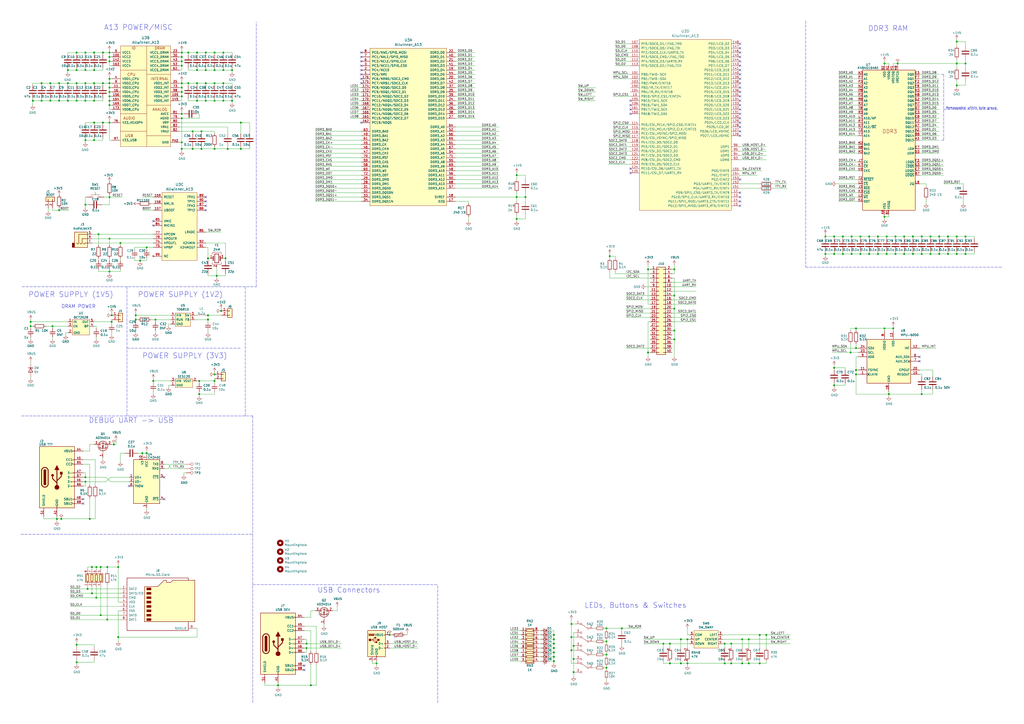
<source format=kicad_sch>
(kicad_sch (version 20211123) (generator eeschema)
  (paper "A2")
  (junction (at 49.53 58.42))
  (junction (at 394.97 384.81))
  (junction (at 351.79 387.35))
  (junction (at 496.57 190.5))
  (junction (at 69.85 140.97))
  (junction (at 53.34 344.17))
  (junction (at 39.37 48.26))
  (junction (at 53.34 328.93))
  (junction (at 440.69 368.3))
  (junction (at 62.23 328.93))
  (junction (at 44.45 48.26))
  (junction (at 90.17 185.42))
  (junction (at 54.61 30.48))
  (junction (at 54.61 71.12))
  (junction (at 299.72 114.3))
  (junction (at 488.95 147.32))
  (junction (at 388.62 373.38))
  (junction (at 554.99 49.53))
  (junction (at 119.38 48.26))
  (junction (at 161.29 397.51))
  (junction (at 134.62 58.42))
  (junction (at 63.5 30.48))
  (junction (at 420.37 373.38))
  (junction (at 105.41 53.34))
  (junction (at 64.77 186.69))
  (junction (at 391.16 196.85))
  (junction (at 39.37 40.64))
  (junction (at 78.74 182.88))
  (junction (at 105.41 50.8))
  (junction (at 105.41 68.58))
  (junction (at 34.29 58.42))
  (junction (at 430.53 370.84))
  (junction (at 116.84 86.36))
  (junction (at 17.78 186.69))
  (junction (at 50.8 341.63))
  (junction (at 351.79 379.73))
  (junction (at 430.53 384.81))
  (junction (at 496.57 201.93))
  (junction (at 519.43 147.32))
  (junction (at 116.84 76.2))
  (junction (at 111.76 86.36))
  (junction (at 515.62 228.6))
  (junction (at 514.35 147.32))
  (junction (at 391.16 179.07))
  (junction (at 177.8 373.38))
  (junction (at 63.5 45.72))
  (junction (at 105.41 55.88))
  (junction (at 44.45 58.42))
  (junction (at 44.45 384.175))
  (junction (at 529.59 147.32))
  (junction (at 29.21 58.42))
  (junction (at 496.57 214.63))
  (junction (at 483.87 147.32))
  (junction (at 483.87 137.16))
  (junction (at 58.42 356.87))
  (junction (at 549.91 147.32))
  (junction (at 63.5 55.88))
  (junction (at 63.5 50.8))
  (junction (at 534.67 228.6))
  (junction (at 331.47 361.95))
  (junction (at 488.95 137.16))
  (junction (at 534.67 137.16))
  (junction (at 114.3 58.42))
  (junction (at 49.53 81.28))
  (junction (at 24.13 58.42))
  (junction (at 560.07 137.16))
  (junction (at 513.08 190.5))
  (junction (at 17.78 189.23))
  (junction (at 529.59 137.16))
  (junction (at 494.03 137.16))
  (junction (at 109.22 48.26))
  (junction (at 105.41 82.55))
  (junction (at 88.9 220.98))
  (junction (at 44.45 30.48))
  (junction (at 424.18 373.38))
  (junction (at 105.41 30.48))
  (junction (at 49.53 48.26))
  (junction (at 34.29 48.26))
  (junction (at 68.58 369.57))
  (junction (at 52.07 300.99))
  (junction (at 549.91 137.16))
  (junction (at 331.47 377.19))
  (junction (at 331.47 369.57))
  (junction (at 105.41 35.56))
  (junction (at 420.37 384.81))
  (junction (at 57.15 135.89))
  (junction (at 321.31 368.3))
  (junction (at 504.19 147.32))
  (junction (at 78.74 185.42))
  (junction (at 63.5 53.34))
  (junction (at 544.83 137.16))
  (junction (at 424.18 384.81))
  (junction (at 63.5 138.43))
  (junction (at 35.56 300.99))
  (junction (at 54.61 40.64))
  (junction (at 388.62 384.81))
  (junction (at 299.72 101.6))
  (junction (at 63.5 157.48))
  (junction (at 63.5 33.02))
  (junction (at 24.13 48.26))
  (junction (at 509.27 147.32))
  (junction (at 504.19 137.16))
  (junction (at 321.31 383.54))
  (junction (at 520.7 36.83))
  (junction (at 478.79 147.32))
  (junction (at 514.35 137.16))
  (junction (at 129.54 40.64))
  (junction (at 105.41 48.26))
  (junction (at 119.38 40.64))
  (junction (at 332.74 374.65))
  (junction (at 483.87 213.36))
  (junction (at 134.62 40.64))
  (junction (at 394.97 370.84))
  (junction (at 85.09 143.51))
  (junction (at 124.46 86.36))
  (junction (at 524.51 147.32))
  (junction (at 384.81 373.38))
  (junction (at 29.21 48.26))
  (junction (at 63.5 35.56))
  (junction (at 321.31 378.46))
  (junction (at 554.99 137.16))
  (junction (at 560.07 36.83))
  (junction (at 105.41 86.36))
  (junction (at 63.5 71.12))
  (junction (at 59.69 71.12))
  (junction (at 129.54 48.26))
  (junction (at 82.55 262.89))
  (junction (at 440.69 384.81))
  (junction (at 226.06 368.3))
  (junction (at 64.77 182.88))
  (junction (at 351.79 364.49))
  (junction (at 375.92 156.21))
  (junction (at 54.61 58.42))
  (junction (at 509.27 137.16))
  (junction (at 375.92 204.47))
  (junction (at 518.16 190.5))
  (junction (at 554.99 24.13))
  (junction (at 55.88 346.71))
  (junction (at 85.09 262.89))
  (junction (at 119.38 58.42))
  (junction (at 105.41 38.1))
  (junction (at 332.74 389.89))
  (junction (at 534.67 147.32))
  (junction (at 360.68 364.49))
  (junction (at 114.3 30.48))
  (junction (at 55.88 328.93))
  (junction (at 44.45 40.64))
  (junction (at 218.44 384.81))
  (junction (at 499.11 137.16))
  (junction (at 513.08 36.83))
  (junction (at 544.83 147.32))
  (junction (at 129.54 30.48))
  (junction (at 524.51 137.16))
  (junction (at 111.76 76.2))
  (junction (at 63.5 114.3))
  (junction (at 478.79 137.16))
  (junction (at 554.99 147.32))
  (junction (at 434.34 370.84))
  (junction (at 129.54 58.42))
  (junction (at 539.75 147.32))
  (junction (at 560.07 147.32))
  (junction (at 539.75 137.16))
  (junction (at 120.65 182.88))
  (junction (at 124.46 58.42))
  (junction (at 493.395 204.47))
  (junction (at 105.41 66.04))
  (junction (at 353.695 148.59))
  (junction (at 19.05 58.42))
  (junction (at 321.31 373.38))
  (junction (at 554.99 36.83))
  (junction (at 120.65 185.42))
  (junction (at 391.16 191.77))
  (junction (at 321.31 381))
  (junction (at 63.5 58.42))
  (junction (at 128.27 180.34))
  (junction (at 63.5 60.96))
  (junction (at 105.41 33.02))
  (junction (at 30.48 189.23))
  (junction (at 391.16 171.45))
  (junction (at 494.03 147.32))
  (junction (at 124.46 220.98))
  (junction (at 124.46 48.26))
  (junction (at 59.69 48.26))
  (junction (at 49.53 40.64))
  (junction (at 139.7 71.12))
  (junction (at 321.31 375.92))
  (junction (at 483.87 223.52))
  (junction (at 39.37 58.42))
  (junction (at 332.74 382.27))
  (junction (at 180.34 397.51))
  (junction (at 68.58 328.93))
  (junction (at 351.79 372.11))
  (junction (at 49.53 30.48))
  (junction (at 299.72 127))
  (junction (at 63.5 48.26))
  (junction (at 62.23 359.41))
  (junction (at 139.7 86.36))
  (junction (at 114.3 40.64))
  (junction (at 499.11 147.32))
  (junction (at 115.57 220.98))
  (junction (at 58.42 328.93))
  (junction (at 114.3 48.26))
  (junction (at 49.53 118.745))
  (junction (at 513.08 125.73))
  (junction (at 496.57 217.17))
  (junction (at 304.8 114.3))
  (junction (at 49.53 276.86))
  (junction (at 434.34 384.81))
  (junction (at 59.69 30.48))
  (junction (at 519.43 137.16))
  (junction (at 49.53 279.4))
  (junction (at 81.28 151.13))
  (junction (at 398.78 370.84))
  (junction (at 398.78 384.81))
  (junction (at 66.04 257.81))
  (junction (at 109.22 30.48))
  (junction (at 124.46 217.17))
  (junction (at 124.46 40.64))
  (junction (at 44.45 374.015))
  (junction (at 130.81 149.86))
  (junction (at 125.73 160.02))
  (junction (at 321.31 370.84))
  (junction (at 177.8 375.92))
  (junction (at 34.29 121.92))
  (junction (at 115.57 228.6))
  (junction (at 132.08 86.36))
  (junction (at 33.02 300.99))
  (junction (at 54.61 81.28))
  (junction (at 444.5 368.3))
  (junction (at 54.61 48.26))
  (junction (at 124.46 30.48))
  (junction (at 119.38 30.48))
  (junction (at 391.16 156.21))
  (junction (at 120.65 149.86))
  (no_connect (at 429.26 38.1))
  (no_connect (at 533.4 207.01))
  (no_connect (at 119.38 116.84))
  (no_connect (at 209.55 48.26))
  (no_connect (at 429.26 78.74))
  (no_connect (at 429.26 68.58))
  (no_connect (at 119.38 114.3))
  (no_connect (at 429.26 55.88))
  (no_connect (at 119.38 119.38))
  (no_connect (at 209.55 71.12))
  (no_connect (at 365.76 97.79))
  (no_connect (at 429.26 60.96))
  (no_connect (at 74.93 281.94))
  (no_connect (at 429.26 25.4))
  (no_connect (at 429.26 45.72))
  (no_connect (at 365.76 60.96))
  (no_connect (at 209.55 33.02))
  (no_connect (at 429.26 58.42))
  (no_connect (at 209.55 30.48))
  (no_connect (at 119.38 121.92))
  (no_connect (at 429.26 73.66))
  (no_connect (at 209.55 40.64))
  (no_connect (at 176.53 386.08))
  (no_connect (at 209.55 35.56))
  (no_connect (at 429.26 48.26))
  (no_connect (at 429.26 119.38))
  (no_connect (at 365.76 58.42))
  (no_connect (at 429.26 104.14))
  (no_connect (at 429.26 71.12))
  (no_connect (at 429.26 66.04))
  (no_connect (at 88.9 128.27))
  (no_connect (at 429.26 111.76))
  (no_connect (at 429.26 50.8))
  (no_connect (at 209.55 43.18))
  (no_connect (at 429.26 27.94))
  (no_connect (at 48.26 289.56))
  (no_connect (at 365.76 63.5))
  (no_connect (at 176.53 388.62))
  (no_connect (at 429.26 63.5))
  (no_connect (at 48.26 292.1))
  (no_connect (at 95.25 276.86))
  (no_connect (at 209.55 38.1))
  (no_connect (at 365.76 100.33))
  (no_connect (at 429.26 43.18))
  (no_connect (at 365.76 66.04))
  (no_connect (at 429.26 33.02))
  (no_connect (at 429.26 53.34))
  (no_connect (at 429.26 35.56))
  (no_connect (at 95.25 289.56))
  (no_connect (at 429.26 116.84))
  (no_connect (at 533.4 209.55))
  (no_connect (at 429.26 114.3))
  (no_connect (at 429.26 30.48))
  (no_connect (at 429.26 76.2))
  (no_connect (at 88.9 130.81))
  (no_connect (at 429.26 40.64))
  (no_connect (at 209.55 45.72))
  (wire (pts (xy 533.4 50.8) (xy 544.83 50.8)))
  (wire (pts (xy 318.77 370.84) (xy 321.31 370.84)))
  (wire (pts (xy 554.99 147.32) (xy 560.07 147.32)))
  (wire (pts (xy 515.62 227.33) (xy 515.62 228.6)))
  (wire (pts (xy 494.03 137.16) (xy 499.11 137.16)))
  (wire (pts (xy 264.16 106.68) (xy 289.56 106.68)))
  (wire (pts (xy 69.85 157.48) (xy 63.5 157.48)))
  (wire (pts (xy 351.79 387.35) (xy 350.52 387.35)))
  (wire (pts (xy 78.74 181.61) (xy 78.74 182.88)))
  (wire (pts (xy 182.88 104.14) (xy 209.55 104.14)))
  (wire (pts (xy 85.09 151.13) (xy 85.09 149.86)))
  (wire (pts (xy 304.8 114.3) (xy 299.72 114.3)))
  (wire (pts (xy 420.37 383.54) (xy 420.37 384.81)))
  (wire (pts (xy 90.17 191.77) (xy 90.17 193.04)))
  (wire (pts (xy 499.11 137.16) (xy 499.11 138.43)))
  (wire (pts (xy 53.34 328.93) (xy 50.8 328.93)))
  (wire (pts (xy 17.78 210.82) (xy 17.78 209.55)))
  (wire (pts (xy 68.58 349.25) (xy 68.58 328.93)))
  (polyline (pts (xy 546.1 43.18) (xy 547.37 43.18)))
  (wire (pts (xy 203.2 58.42) (xy 209.55 58.42)))
  (wire (pts (xy 353.695 149.86) (xy 353.695 148.59)))
  (wire (pts (xy 365.76 25.4) (xy 356.87 25.4)))
  (wire (pts (xy 332.74 389.89) (xy 332.74 392.43)))
  (wire (pts (xy 182.88 93.98) (xy 209.55 93.98)))
  (wire (pts (xy 365.76 27.94) (xy 356.87 27.94)))
  (wire (pts (xy 377.19 176.53) (xy 375.92 176.53)))
  (wire (pts (xy 52.07 288.925) (xy 52.07 300.99)))
  (wire (pts (xy 134.62 39.37) (xy 134.62 40.64)))
  (wire (pts (xy 182.88 111.76) (xy 209.55 111.76)))
  (wire (pts (xy 302.26 383.54) (xy 295.91 383.54)))
  (wire (pts (xy 39.37 30.48) (xy 39.37 31.75)))
  (wire (pts (xy 483.87 213.36) (xy 483.87 212.09)))
  (wire (pts (xy 486.41 96.52) (xy 497.84 96.52)))
  (wire (pts (xy 69.85 351.79) (xy 40.64 351.79)))
  (wire (pts (xy 40.64 356.87) (xy 58.42 356.87)))
  (wire (pts (xy 72.39 262.89) (xy 69.85 262.89)))
  (wire (pts (xy 124.46 220.98) (xy 124.46 222.25)))
  (wire (pts (xy 334.01 361.95) (xy 331.47 361.95)))
  (wire (pts (xy 64.77 35.56) (xy 63.5 35.56)))
  (wire (pts (xy 54.61 30.48) (xy 54.61 31.75)))
  (wire (pts (xy 52.07 269.24) (xy 52.07 281.305)))
  (wire (pts (xy 518.16 190.5) (xy 513.08 190.5)))
  (wire (pts (xy 49.53 279.4) (xy 49.53 281.94)))
  (wire (pts (xy 509.27 147.32) (xy 514.35 147.32)))
  (wire (pts (xy 104.14 66.04) (xy 105.41 66.04)))
  (wire (pts (xy 351.79 372.11) (xy 351.79 373.38)))
  (wire (pts (xy 44.45 39.37) (xy 44.45 40.64)))
  (wire (pts (xy 344.17 387.35) (xy 345.44 387.35)))
  (wire (pts (xy 182.88 109.22) (xy 209.55 109.22)))
  (wire (pts (xy 264.16 48.26) (xy 275.59 48.26)))
  (wire (pts (xy 109.22 48.26) (xy 114.3 48.26)))
  (wire (pts (xy 391.16 179.07) (xy 391.16 191.77)))
  (wire (pts (xy 161.29 397.51) (xy 161.29 398.78)))
  (wire (pts (xy 105.41 68.58) (xy 105.41 82.55)))
  (wire (pts (xy 331.47 384.81) (xy 331.47 377.19)))
  (wire (pts (xy 321.31 373.38) (xy 321.31 370.84)))
  (wire (pts (xy 264.16 73.66) (xy 289.56 73.66)))
  (wire (pts (xy 264.16 33.02) (xy 275.59 33.02)))
  (wire (pts (xy 429.26 101.6) (xy 439.42 101.6)))
  (wire (pts (xy 533.4 45.72) (xy 544.83 45.72)))
  (wire (pts (xy 25.4 300.99) (xy 25.4 299.72)))
  (wire (pts (xy 560.07 137.16) (xy 565.15 137.16)))
  (wire (pts (xy 63.5 44.45) (xy 63.5 45.72)))
  (wire (pts (xy 57.15 135.89) (xy 88.9 135.89)))
  (polyline (pts (xy 146.685 339.09) (xy 254 339.09)))
  (wire (pts (xy 318.77 378.46) (xy 321.31 378.46)))
  (wire (pts (xy 299.72 114.3) (xy 299.72 116.84)))
  (wire (pts (xy 391.16 196.85) (xy 391.16 207.01)))
  (wire (pts (xy 497.84 106.68) (xy 485.14 106.68)))
  (wire (pts (xy 560.07 49.53) (xy 560.07 46.99)))
  (wire (pts (xy 529.59 147.32) (xy 534.67 147.32)))
  (wire (pts (xy 533.4 101.6) (xy 547.37 101.6)))
  (wire (pts (xy 104.14 33.02) (xy 105.41 33.02)))
  (wire (pts (xy 554.99 22.86) (xy 554.99 24.13)))
  (wire (pts (xy 104.14 30.48) (xy 105.41 30.48)))
  (wire (pts (xy 264.16 43.18) (xy 275.59 43.18)))
  (wire (pts (xy 44.45 30.48) (xy 44.45 31.75)))
  (wire (pts (xy 104.14 68.58) (xy 105.41 68.58)))
  (wire (pts (xy 486.41 83.82) (xy 497.84 83.82)))
  (wire (pts (xy 264.16 45.72) (xy 275.59 45.72)))
  (wire (pts (xy 353.695 161.29) (xy 353.695 157.48)))
  (wire (pts (xy 541.02 214.63) (xy 533.4 214.63)))
  (wire (pts (xy 119.38 30.48) (xy 119.38 31.75)))
  (wire (pts (xy 55.245 300.99) (xy 52.07 300.99)))
  (wire (pts (xy 351.79 364.49) (xy 360.68 364.49)))
  (wire (pts (xy 355.6 74.93) (xy 365.76 74.93)))
  (wire (pts (xy 54.61 384.175) (xy 44.45 384.175)))
  (wire (pts (xy 518.16 36.83) (xy 520.7 36.83)))
  (wire (pts (xy 353.06 95.25) (xy 365.76 95.25)))
  (wire (pts (xy 49.53 279.4) (xy 61.595 279.4)))
  (wire (pts (xy 44.45 30.48) (xy 39.37 30.48)))
  (wire (pts (xy 486.41 99.06) (xy 497.84 99.06)))
  (wire (pts (xy 29.21 48.26) (xy 29.21 49.53)))
  (wire (pts (xy 302.26 370.84) (xy 295.91 370.84)))
  (wire (pts (xy 124.46 30.48) (xy 129.54 30.48)))
  (wire (pts (xy 499.11 147.32) (xy 504.19 147.32)))
  (wire (pts (xy 54.61 30.48) (xy 49.53 30.48)))
  (wire (pts (xy 302.26 375.92) (xy 295.91 375.92)))
  (wire (pts (xy 30.48 120.65) (xy 30.48 121.92)))
  (polyline (pts (xy 467.36 12.065) (xy 467.36 154.94)))
  (wire (pts (xy 400.05 373.38) (xy 388.62 373.38)))
  (wire (pts (xy 59.69 81.28) (xy 54.61 81.28)))
  (wire (pts (xy 114.3 220.98) (xy 115.57 220.98)))
  (wire (pts (xy 49.53 276.86) (xy 61.595 276.86)))
  (wire (pts (xy 49.53 281.94) (xy 48.26 281.94)))
  (wire (pts (xy 129.54 57.15) (xy 129.54 58.42)))
  (wire (pts (xy 334.01 382.27) (xy 332.74 382.27)))
  (wire (pts (xy 486.41 88.9) (xy 497.84 88.9)))
  (wire (pts (xy 203.2 50.8) (xy 209.55 50.8)))
  (wire (pts (xy 218.44 384.81) (xy 218.44 386.08)))
  (wire (pts (xy 424.18 373.38) (xy 424.18 375.92)))
  (wire (pts (xy 55.88 346.71) (xy 69.85 346.71)))
  (wire (pts (xy 124.46 228.6) (xy 124.46 227.33)))
  (wire (pts (xy 52.07 257.81) (xy 54.61 257.81)))
  (wire (pts (xy 515.62 228.6) (xy 534.67 228.6)))
  (wire (pts (xy 541.02 228.6) (xy 541.02 226.06)))
  (wire (pts (xy 129.54 48.26) (xy 134.62 48.26)))
  (wire (pts (xy 318.77 373.38) (xy 321.31 373.38)))
  (wire (pts (xy 533.4 60.96) (xy 544.83 60.96)))
  (wire (pts (xy 391.16 156.21) (xy 389.89 156.21)))
  (wire (pts (xy 483.87 223.52) (xy 483.87 224.79)))
  (wire (pts (xy 115.57 220.98) (xy 115.57 222.25)))
  (wire (pts (xy 355.6 72.39) (xy 365.76 72.39)))
  (wire (pts (xy 504.19 137.16) (xy 509.27 137.16)))
  (wire (pts (xy 440.69 368.3) (xy 440.69 375.92)))
  (wire (pts (xy 365.76 90.17) (xy 353.06 90.17)))
  (wire (pts (xy 264.16 63.5) (xy 275.59 63.5)))
  (wire (pts (xy 533.4 81.28) (xy 544.83 81.28)))
  (wire (pts (xy 64.77 50.8) (xy 63.5 50.8)))
  (wire (pts (xy 549.91 146.05) (xy 549.91 147.32)))
  (wire (pts (xy 493.395 191.77) (xy 493.395 190.5)))
  (wire (pts (xy 558.8 106.68) (xy 558.8 107.95)))
  (wire (pts (xy 420.37 373.38) (xy 424.18 373.38)))
  (wire (pts (xy 134.62 30.48) (xy 134.62 31.75)))
  (wire (pts (xy 313.69 370.84) (xy 312.42 370.84)))
  (wire (pts (xy 400.05 368.3) (xy 398.78 368.3)))
  (wire (pts (xy 384.81 383.54) (xy 384.81 384.81)))
  (wire (pts (xy 302.26 365.76) (xy 295.91 365.76)))
  (wire (pts (xy 54.61 40.64) (xy 49.53 40.64)))
  (wire (pts (xy 321.31 384.81) (xy 321.31 383.54)))
  (wire (pts (xy 497.84 204.47) (xy 493.395 204.47)))
  (wire (pts (xy 499.11 146.05) (xy 499.11 147.32)))
  (wire (pts (xy 55.88 328.93) (xy 53.34 328.93)))
  (wire (pts (xy 375.92 186.69) (xy 375.92 204.47)))
  (wire (pts (xy 95.25 271.78) (xy 97.79 271.78)))
  (wire (pts (xy 533.4 99.06) (xy 547.37 99.06)))
  (wire (pts (xy 496.57 201.93) (xy 482.6 201.93)))
  (wire (pts (xy 334.01 367.03) (xy 332.74 367.03)))
  (wire (pts (xy 49.53 48.26) (xy 49.53 49.53)))
  (wire (pts (xy 299.72 127) (xy 299.72 128.27)))
  (wire (pts (xy 544.83 137.16) (xy 544.83 138.43)))
  (wire (pts (xy 115.57 68.58) (xy 115.57 66.04)))
  (wire (pts (xy 518.16 190.5) (xy 518.16 191.77)))
  (wire (pts (xy 111.76 76.2) (xy 116.84 76.2)))
  (wire (pts (xy 114.3 30.48) (xy 119.38 30.48)))
  (wire (pts (xy 344.17 364.49) (xy 345.44 364.49)))
  (wire (pts (xy 54.61 80.01) (xy 54.61 81.28)))
  (wire (pts (xy 486.41 76.2) (xy 497.84 76.2)))
  (wire (pts (xy 560.07 34.29) (xy 560.07 36.83)))
  (wire (pts (xy 533.4 73.66) (xy 544.83 73.66)))
  (wire (pts (xy 533.4 93.98) (xy 547.37 93.98)))
  (wire (pts (xy 478.79 137.16) (xy 478.79 135.89)))
  (wire (pts (xy 515.62 38.1) (xy 515.62 36.83)))
  (wire (pts (xy 403.86 168.91) (xy 389.89 168.91)))
  (wire (pts (xy 59.69 39.37) (xy 59.69 40.64)))
  (wire (pts (xy 554.99 46.99) (xy 554.99 49.53)))
  (wire (pts (xy 74.93 276.86) (xy 64.135 276.86)))
  (wire (pts (xy 111.76 76.2) (xy 111.76 77.47)))
  (wire (pts (xy 345.44 372.11) (xy 344.17 372.11)))
  (wire (pts (xy 105.41 48.26) (xy 109.22 48.26)))
  (wire (pts (xy 391.16 156.21) (xy 391.16 153.67)))
  (wire (pts (xy 332.74 367.03) (xy 332.74 374.65)))
  (wire (pts (xy 54.61 186.69) (xy 64.77 186.69)))
  (wire (pts (xy 365.76 92.71) (xy 353.06 92.71)))
  (wire (pts (xy 483.87 146.05) (xy 483.87 147.32)))
  (wire (pts (xy 63.5 35.56) (xy 63.5 33.02)))
  (wire (pts (xy 351.79 387.35) (xy 351.79 388.62)))
  (wire (pts (xy 78.105 149.86) (xy 78.105 151.13)))
  (wire (pts (xy 114.3 40.64) (xy 119.38 40.64)))
  (wire (pts (xy 109.22 30.48) (xy 109.22 31.75)))
  (wire (pts (xy 49.53 40.64) (xy 44.45 40.64)))
  (wire (pts (xy 375.92 176.53) (xy 375.92 156.21)))
  (wire (pts (xy 39.37 57.15) (xy 39.37 58.42)))
  (wire (pts (xy 513.08 38.1) (xy 513.08 36.83)))
  (wire (pts (xy 182.88 114.3) (xy 209.55 114.3)))
  (wire (pts (xy 264.16 66.04) (xy 275.59 66.04)))
  (wire (pts (xy 398.78 370.84) (xy 398.78 375.92)))
  (wire (pts (xy 39.37 58.42) (xy 34.29 58.42)))
  (wire (pts (xy 391.16 158.75) (xy 391.16 156.21)))
  (wire (pts (xy 424.18 383.54) (xy 424.18 384.81)))
  (wire (pts (xy 483.87 213.36) (xy 483.87 214.63)))
  (wire (pts (xy 534.67 137.16) (xy 539.75 137.16)))
  (wire (pts (xy 478.79 137.16) (xy 483.87 137.16)))
  (wire (pts (xy 177.8 370.84) (xy 177.8 373.38)))
  (wire (pts (xy 403.86 176.53) (xy 389.89 176.53)))
  (wire (pts (xy 39.37 48.26) (xy 34.29 48.26)))
  (wire (pts (xy 69.85 142.24) (xy 69.85 140.97)))
  (wire (pts (xy 63.5 60.96) (xy 63.5 58.42)))
  (wire (pts (xy 19.05 58.42) (xy 19.05 60.96)))
  (wire (pts (xy 85.09 262.89) (xy 85.09 264.16)))
  (wire (pts (xy 403.86 166.37) (xy 389.89 166.37)))
  (wire (pts (xy 54.61 81.28) (xy 49.53 81.28)))
  (wire (pts (xy 63.5 58.42) (xy 63.5 55.88)))
  (wire (pts (xy 483.87 137.16) (xy 488.95 137.16)))
  (wire (pts (xy 554.99 36.83) (xy 554.99 39.37)))
  (wire (pts (xy 87.63 185.42) (xy 90.17 185.42)))
  (wire (pts (xy 183.515 385.445) (xy 183.515 397.51)))
  (wire (pts (xy 69.85 354.33) (xy 68.58 354.33)))
  (wire (pts (xy 360.68 364.49) (xy 372.11 364.49)))
  (wire (pts (xy 113.03 185.42) (xy 120.65 185.42)))
  (wire (pts (xy 377.19 171.45) (xy 363.22 171.45)))
  (wire (pts (xy 111.76 85.09) (xy 111.76 86.36)))
  (wire (pts (xy 496.57 228.6) (xy 496.57 217.17)))
  (wire (pts (xy 182.88 86.36) (xy 209.55 86.36)))
  (wire (pts (xy 264.16 109.22) (xy 289.56 109.22)))
  (wire (pts (xy 81.28 151.13) (xy 81.28 151.765)))
  (wire (pts (xy 355.6 77.47) (xy 365.76 77.47)))
  (wire (pts (xy 389.89 158.75) (xy 391.16 158.75)))
  (wire (pts (xy 64.77 71.12) (xy 63.5 71.12)))
  (wire (pts (xy 109.22 30.48) (xy 114.3 30.48)))
  (wire (pts (xy 520.7 36.83) (xy 520.7 38.1)))
  (wire (pts (xy 533.4 58.42) (xy 544.83 58.42)))
  (wire (pts (xy 440.69 383.54) (xy 440.69 384.81)))
  (wire (pts (xy 539.75 137.16) (xy 539.75 138.43)))
  (wire (pts (xy 430.53 384.81) (xy 434.34 384.81)))
  (wire (pts (xy 49.53 276.86) (xy 48.26 276.86)))
  (wire (pts (xy 377.19 181.61) (xy 363.22 181.61)))
  (wire (pts (xy 486.41 68.58) (xy 497.84 68.58)))
  (wire (pts (xy 544.83 147.32) (xy 549.91 147.32)))
  (wire (pts (xy 424.18 373.38) (xy 458.47 373.38)))
  (wire (pts (xy 68.58 354.33) (xy 68.58 369.57)))
  (wire (pts (xy 440.69 368.3) (xy 444.5 368.3)))
  (wire (pts (xy 59.69 49.53) (xy 59.69 48.26)))
  (wire (pts (xy 486.41 45.72) (xy 497.84 45.72)))
  (wire (pts (xy 537.21 115.57) (xy 537.21 118.11)))
  (wire (pts (xy 55.245 288.925) (xy 55.245 300.99)))
  (wire (pts (xy 124.46 48.26) (xy 124.46 49.53)))
  (wire (pts (xy 264.16 40.64) (xy 275.59 40.64)))
  (wire (pts (xy 104.14 55.88) (xy 105.41 55.88)))
  (wire (pts (xy 394.97 383.54) (xy 394.97 384.81)))
  (wire (pts (xy 54.61 189.23) (xy 55.88 189.23)))
  (wire (pts (xy 121.92 149.86) (xy 120.65 149.86)))
  (wire (pts (xy 264.16 50.8) (xy 275.59 50.8)))
  (wire (pts (xy 356.87 158.75) (xy 377.19 158.75)))
  (wire (pts (xy 331.47 377.19) (xy 331.47 369.57)))
  (wire (pts (xy 375.92 153.67) (xy 375.92 156.21)))
  (wire (pts (xy 391.16 191.77) (xy 391.16 196.85)))
  (wire (pts (xy 124.46 86.36) (xy 116.84 86.36)))
  (wire (pts (xy 63.5 55.88) (xy 63.5 53.34)))
  (wire (pts (xy 533.4 78.74) (xy 544.83 78.74)))
  (wire (pts (xy 504.19 147.32) (xy 509.27 147.32)))
  (wire (pts (xy 486.41 71.12) (xy 497.84 71.12)))
  (wire (pts (xy 519.43 137.16) (xy 519.43 138.43)))
  (wire (pts (xy 49.53 118.745) (xy 49.53 114.3)))
  (wire (pts (xy 430.53 383.54) (xy 430.53 384.81)))
  (wire (pts (xy 529.59 137.16) (xy 534.67 137.16)))
  (wire (pts (xy 63.5 158.75) (xy 63.5 157.48)))
  (wire (pts (xy 114.3 58.42) (xy 119.38 58.42)))
  (wire (pts (xy 153.67 397.51) (xy 153.67 396.24)))
  (wire (pts (xy 504.19 137.16) (xy 504.19 138.43)))
  (wire (pts (xy 54.61 71.12) (xy 49.53 71.12)))
  (wire (pts (xy 493.395 199.39) (xy 493.395 204.47)))
  (wire (pts (xy 365.76 38.1) (xy 356.87 38.1)))
  (wire (pts (xy 17.78 186.69) (xy 39.37 186.69)))
  (wire (pts (xy 429.26 99.06) (xy 441.96 99.06)))
  (wire (pts (xy 180.34 354.33) (xy 182.88 354.33)))
  (wire (pts (xy 430.53 370.84) (xy 430.53 375.92)))
  (wire (pts (xy 120.65 185.42) (xy 120.65 186.69)))
  (wire (pts (xy 509.27 146.05) (xy 509.27 147.32)))
  (wire (pts (xy 119.38 39.37) (xy 119.38 40.64)))
  (wire (pts (xy 299.72 114.3) (xy 299.72 111.76)))
  (wire (pts (xy 88.9 227.33) (xy 88.9 228.6)))
  (wire (pts (xy 52.07 261.62) (xy 52.07 257.81)))
  (wire (pts (xy 44.45 374.015) (xy 54.61 374.015)))
  (wire (pts (xy 105.41 66.04) (xy 106.68 66.04)))
  (wire (pts (xy 39.37 48.26) (xy 44.45 48.26)))
  (wire (pts (xy 351.79 378.46) (xy 351.79 379.73)))
  (wire (pts (xy 515.62 125.73) (xy 513.08 125.73)))
  (wire (pts (xy 424.18 384.81) (xy 430.53 384.81)))
  (wire (pts (xy 271.78 125.73) (xy 271.78 128.27)))
  (wire (pts (xy 29.21 57.15) (xy 29.21 58.42)))
  (wire (pts (xy 182.88 83.82) (xy 209.55 83.82)))
  (wire (pts (xy 57.15 156.21) (xy 57.15 157.48)))
  (wire (pts (xy 63.5 114.3) (xy 71.12 114.3)))
  (polyline (pts (xy 73.66 201.93) (xy 139.7 201.93)))
  (wire (pts (xy 533.4 55.88) (xy 544.83 55.88)))
  (wire (pts (xy 182.88 116.84) (xy 209.55 116.84)))
  (wire (pts (xy 486.41 104.14) (xy 497.84 104.14)))
  (wire (pts (xy 82.55 264.16) (xy 82.55 262.89)))
  (wire (pts (xy 48.26 274.32) (xy 49.53 274.32)))
  (wire (pts (xy 313.69 365.76) (xy 312.42 365.76)))
  (wire (pts (xy 515.62 124.46) (xy 515.62 125.73)))
  (wire (pts (xy 161.29 397.51) (xy 153.67 397.51)))
  (wire (pts (xy 384.81 373.38) (xy 373.38 373.38)))
  (wire (pts (xy 116.84 77.47) (xy 116.84 76.2)))
  (wire (pts (xy 54.61 71.12) (xy 54.61 72.39)))
  (wire (pts (xy 264.16 96.52) (xy 289.56 96.52)))
  (wire (pts (xy 375.92 204.47) (xy 375.92 207.01)))
  (wire (pts (xy 54.61 49.53) (xy 54.61 48.26)))
  (wire (pts (xy 299.72 101.6) (xy 299.72 104.14)))
  (wire (pts (xy 332.74 389.89) (xy 332.74 382.27)))
  (wire (pts (xy 398.78 383.54) (xy 398.78 384.81)))
  (wire (pts (xy 24.13 57.15) (xy 24.13 58.42)))
  (wire (pts (xy 97.79 187.96) (xy 97.79 189.23)))
  (wire (pts (xy 318.77 365.76) (xy 321.31 365.76)))
  (wire (pts (xy 345.44 58.42) (xy 335.28 58.42)))
  (wire (pts (xy 554.99 146.05) (xy 554.99 147.32)))
  (wire (pts (xy 67.31 257.81) (xy 67.31 255.27)))
  (wire (pts (xy 49.53 39.37) (xy 49.53 40.64)))
  (wire (pts (xy 69.85 149.86) (xy 69.85 151.13)))
  (wire (pts (xy 377.19 201.93) (xy 363.22 201.93)))
  (wire (pts (xy 125.73 160.02) (xy 125.73 161.29)))
  (wire (pts (xy 533.4 86.36) (xy 544.83 86.36)))
  (wire (pts (xy 180.34 358.14) (xy 180.34 354.33)))
  (wire (pts (xy 420.37 373.38) (xy 420.37 375.92)))
  (wire (pts (xy 69.85 341.63) (xy 50.8 341.63)))
  (wire (pts (xy 124.46 39.37) (xy 124.46 40.64)))
  (wire (pts (xy 39.37 193.04) (xy 38.1 193.04)))
  (wire (pts (xy 375.92 156.21) (xy 377.19 156.21)))
  (wire (pts (xy 388.62 384.81) (xy 384.81 384.81)))
  (wire (pts (xy 44.45 372.745) (xy 44.45 374.015)))
  (wire (pts (xy 59.055 118.745) (xy 63.5 118.745)))
  (wire (pts (xy 49.53 30.48) (xy 49.53 31.75)))
  (wire (pts (xy 360.68 373.38) (xy 360.68 374.65)))
  (wire (pts (xy 377.19 179.07) (xy 363.22 179.07)))
  (wire (pts (xy 105.41 30.48) (xy 105.41 29.21)))
  (wire (pts (xy 119.38 134.62) (xy 128.27 134.62)))
  (wire (pts (xy 48.26 261.62) (xy 52.07 261.62)))
  (wire (pts (xy 514.35 137.16) (xy 519.43 137.16)))
  (wire (pts (xy 139.7 71.12) (xy 144.78 71.12)))
  (wire (pts (xy 524.51 137.16) (xy 524.51 138.43)))
  (wire (pts (xy 119.38 57.15) (xy 119.38 58.42)))
  (wire (pts (xy 48.26 269.24) (xy 52.07 269.24)))
  (wire (pts (xy 486.41 55.88) (xy 497.84 55.88)))
  (wire (pts (xy 55.245 266.7) (xy 55.245 281.305)))
  (wire (pts (xy 107.95 274.32) (xy 106.68 274.32)))
  (wire (pts (xy 57.15 142.24) (xy 57.15 135.89)))
  (wire (pts (xy 34.29 121.92) (xy 34.29 120.65)))
  (wire (pts (xy 54.61 71.12) (xy 59.69 71.12)))
  (wire (pts (xy 64.77 63.5) (xy 63.5 63.5)))
  (wire (pts (xy 534.67 217.17) (xy 534.67 218.44)))
  (wire (pts (xy 345.44 55.88) (xy 335.28 55.88)))
  (wire (pts (xy 486.41 43.18) (xy 497.84 43.18)))
  (wire (pts (xy 105.41 48.26) (xy 105.41 50.8)))
  (wire (pts (xy 161.29 396.24) (xy 161.29 397.51)))
  (wire (pts (xy 331.47 361.95) (xy 331.47 369.57)))
  (wire (pts (xy 105.41 58.42) (xy 104.14 58.42)))
  (wire (pts (xy 434.34 370.84) (xy 458.47 370.84)))
  (wire (pts (xy 82.55 114.3) (xy 88.9 114.3)))
  (wire (pts (xy 120.65 191.77) (xy 120.65 193.04)))
  (wire (pts (xy 63.5 142.24) (xy 63.5 138.43)))
  (wire (pts (xy 64.77 181.61) (xy 64.77 182.88)))
  (wire (pts (xy 55.88 340.36) (xy 55.88 346.71)))
  (wire (pts (xy 114.3 364.49) (xy 113.03 364.49)))
  (wire (pts (xy 104.14 38.1) (xy 105.41 38.1)))
  (wire (pts (xy 85.09 144.78) (xy 85.09 143.51)))
  (wire (pts (xy 120.65 143.51) (xy 119.38 143.51)))
  (wire (pts (xy 109.22 40.64) (xy 114.3 40.64)))
  (wire (pts (xy 99.06 269.24) (xy 97.79 271.78)))
  (wire (pts (xy 533.4 68.58) (xy 544.83 68.58)))
  (wire (pts (xy 124.46 76.2) (xy 124.46 77.47)))
  (wire (pts (xy 104.14 35.56) (xy 105.41 35.56)))
  (wire (pts (xy 497.84 214.63) (xy 496.57 214.63)))
  (wire (pts (xy 57.15 149.86) (xy 57.15 151.13)))
  (wire (pts (xy 134.62 40.64) (xy 134.62 41.91)))
  (wire (pts (xy 483.87 223.52) (xy 483.87 222.25)))
  (wire (pts (xy 80.01 185.42) (xy 78.74 185.42)))
  (wire (pts (xy 104.14 73.66) (xy 132.08 73.66)))
  (wire (pts (xy 558.8 115.57) (xy 558.8 118.11)))
  (wire (pts (xy 264.16 81.28) (xy 289.56 81.28)))
  (wire (pts (xy 518.16 189.23) (xy 518.16 190.5)))
  (wire (pts (xy 53.34 135.89) (xy 57.15 135.89)))
  (wire (pts (xy 69.85 140.97) (xy 88.9 140.97)))
  (wire (pts (xy 488.95 137.16) (xy 488.95 138.43)))
  (wire (pts (xy 64.135 276.86) (xy 61.595 279.4)))
  (wire (pts (xy 59.69 57.15) (xy 59.69 58.42)))
  (wire (pts (xy 33.02 300.99) (xy 33.02 302.26)))
  (wire (pts (xy 53.34 330.2) (xy 53.34 328.93)))
  (wire (pts (xy 398.78 384.81) (xy 398.78 386.08)))
  (wire (pts (xy 539.75 147.32) (xy 544.83 147.32)))
  (wire (pts (xy 17.78 186.69) (xy 17.78 189.23)))
  (wire (pts (xy 182.88 78.74) (xy 209.55 78.74)))
  (wire (pts (xy 377.19 166.37) (xy 374.65 166.37)))
  (wire (pts (xy 59.69 71.12) (xy 59.69 72.39)))
  (wire (pts (xy 203.2 63.5) (xy 209.55 63.5)))
  (wire (pts (xy 109.22 48.26) (xy 109.22 49.53)))
  (wire (pts (xy 365.76 30.48) (xy 356.87 30.48)))
  (wire (pts (xy 264.16 30.48) (xy 275.59 30.48)))
  (wire (pts (xy 363.22 173.99) (xy 377.19 173.99)))
  (wire (pts (xy 120.65 151.13) (xy 120.65 149.86)))
  (wire (pts (xy 504.19 146.05) (xy 504.19 147.32)))
  (wire (pts (xy 334.01 369.57) (xy 331.47 369.57)))
  (wire (pts (xy 26.67 189.23) (xy 30.48 189.23)))
  (wire (pts (xy 215.9 384.81) (xy 218.44 384.81)))
  (wire (pts (xy 53.34 138.43) (xy 63.5 138.43)))
  (wire (pts (xy 529.59 147.32) (xy 524.51 147.32)))
  (wire (pts (xy 120.65 182.88) (xy 128.27 182.88)))
  (wire (pts (xy 64.77 186.69) (xy 64.77 187.96)))
  (wire (pts (xy 478.79 138.43) (xy 478.79 137.16)))
  (wire (pts (xy 49.53 81.28) (xy 49.53 80.01)))
  (wire (pts (xy 486.41 53.34) (xy 497.84 53.34)))
  (wire (pts (xy 64.77 58.42) (xy 63.5 58.42)))
  (polyline (pts (xy 142.24 241.3) (xy 142.24 166.37)))
  (wire (pts (xy 193.04 354.33) (xy 195.58 354.33)))
  (wire (pts (xy 394.97 384.81) (xy 398.78 384.81)))
  (wire (pts (xy 119.38 140.97) (xy 130.81 140.97)))
  (wire (pts (xy 64.77 38.1) (xy 63.5 38.1)))
  (wire (pts (xy 44.45 48.26) (xy 49.53 48.26)))
  (wire (pts (xy 34.29 58.42) (xy 29.21 58.42)))
  (wire (pts (xy 494.03 147.32) (xy 499.11 147.32)))
  (wire (pts (xy 514.35 137.16) (xy 514.35 138.43)))
  (wire (pts (xy 125.73 160.02) (xy 130.81 160.02)))
  (wire (pts (xy 88.9 121.92) (xy 82.55 121.92)))
  (wire (pts (xy 533.4 71.12) (xy 544.83 71.12)))
  (wire (pts (xy 182.88 96.52) (xy 209.55 96.52)))
  (wire (pts (xy 215.9 383.54) (xy 215.9 384.81)))
  (wire (pts (xy 116.84 76.2) (xy 124.46 76.2)))
  (wire (pts (xy 514.35 147.32) (xy 519.43 147.32)))
  (wire (pts (xy 139.7 77.47) (xy 139.7 71.12)))
  (wire (pts (xy 486.41 116.84) (xy 497.84 116.84)))
  (wire (pts (xy 351.79 379.73) (xy 351.79 381)))
  (wire (pts (xy 264.16 35.56) (xy 275.59 35.56)))
  (wire (pts (xy 321.31 381) (xy 321.31 378.46)))
  (wire (pts (xy 509.27 137.16) (xy 509.27 138.43)))
  (wire (pts (xy 264.16 60.96) (xy 275.59 60.96)))
  (wire (pts (xy 104.14 53.34) (xy 105.41 53.34)))
  (wire (pts (xy 64.77 257.81) (xy 66.04 257.81)))
  (wire (pts (xy 39.37 40.64) (xy 39.37 39.37)))
  (wire (pts (xy 68.58 369.57) (xy 68.58 372.11)))
  (wire (pts (xy 116.84 86.36) (xy 111.76 86.36)))
  (wire (pts (xy 88.9 219.71) (xy 88.9 220.98)))
  (wire (pts (xy 115.57 229.87) (xy 115.57 228.6)))
  (wire (pts (xy 120.65 158.75) (xy 120.65 160.02)))
  (wire (pts (xy 351.79 364.49) (xy 351.79 365.76)))
  (wire (pts (xy 63.5 53.34) (xy 63.5 50.8)))
  (wire (pts (xy 129.54 30.48) (xy 129.54 31.75)))
  (wire (pts (xy 129.54 30.48) (xy 134.62 30.48)))
  (wire (pts (xy 105.41 40.64) (xy 105.41 38.1)))
  (wire (pts (xy 105.41 82.55) (xy 105.41 86.36)))
  (wire (pts (xy 66.04 257.81) (xy 67.31 257.81)))
  (wire (pts (xy 304.8 101.6) (xy 304.8 104.14)))
  (wire (pts (xy 377.19 204.47) (xy 375.92 204.47)))
  (wire (pts (xy 203.2 55.88) (xy 209.55 55.88)))
  (wire (pts (xy 496.57 191.77) (xy 496.57 190.5)))
  (wire (pts (xy 59.69 80.01) (xy 59.69 81.28)))
  (wire (pts (xy 183.515 363.22) (xy 183.515 377.825)))
  (wire (pts (xy 177.8 378.46) (xy 176.53 378.46)))
  (wire (pts (xy 496.57 207.01) (xy 497.84 207.01)))
  (wire (pts (xy 180.34 377.825) (xy 180.34 365.76)))
  (wire (pts (xy 529.59 137.16) (xy 529.59 138.43)))
  (wire (pts (xy 49.53 274.32) (xy 49.53 276.86)))
  (wire (pts (xy 54.61 48.26) (xy 59.69 48.26)))
  (wire (pts (xy 345.44 379.73) (xy 344.17 379.73)))
  (wire (pts (xy 419.1 368.3) (xy 440.69 368.3)))
  (wire (pts (xy 388.62 373.38) (xy 384.81 373.38)))
  (wire (pts (xy 496.57 217.17) (xy 496.57 214.63)))
  (wire (pts (xy 64.77 48.26) (xy 63.5 48.26)))
  (wire (pts (xy 429.26 106.68) (xy 440.69 106.68)))
  (wire (pts (xy 493.395 204.47) (xy 482.6 204.47)))
  (wire (pts (xy 486.41 86.36) (xy 497.84 86.36)))
  (wire (pts (xy 30.48 121.92) (xy 34.29 121.92)))
  (wire (pts (xy 34.29 48.26) (xy 29.21 48.26)))
  (wire (pts (xy 134.62 57.15) (xy 134.62 58.42)))
  (wire (pts (xy 177.8 373.38) (xy 176.53 373.38)))
  (wire (pts (xy 420.37 384.81) (xy 424.18 384.81)))
  (wire (pts (xy 78.105 151.13) (xy 81.28 151.13)))
  (wire (pts (xy 139.7 85.09) (xy 139.7 86.36)))
  (wire (pts (xy 313.69 368.3) (xy 312.42 368.3)))
  (wire (pts (xy 440.69 384.81) (xy 444.5 384.81)))
  (wire (pts (xy 130.81 160.02) (xy 130.81 158.75)))
  (wire (pts (xy 560.07 147.32) (xy 565.15 147.32)))
  (wire (pts (xy 565.15 137.16) (xy 565.15 138.43)))
  (wire (pts (xy 55.88 328.93) (xy 55.88 330.2)))
  (wire (pts (xy 544.83 137.16) (xy 549.91 137.16)))
  (wire (pts (xy 115.57 228.6) (xy 124.46 228.6)))
  (wire (pts (xy 130.81 149.86) (xy 129.54 149.86)))
  (wire (pts (xy 105.41 53.34) (xy 105.41 55.88)))
  (wire (pts (xy 321.31 370.84) (xy 321.31 368.3)))
  (wire (pts (xy 109.22 58.42) (xy 114.3 58.42)))
  (wire (pts (xy 539.75 146.05) (xy 539.75 147.32)))
  (wire (pts (xy 176.53 365.76) (xy 180.34 365.76)))
  (wire (pts (xy 120.65 143.51) (xy 120.65 149.86)))
  (wire (pts (xy 389.89 184.15) (xy 403.86 184.15)))
  (wire (pts (xy 304.8 111.76) (xy 304.8 114.3)))
  (wire (pts (xy 350.52 372.11) (xy 351.79 372.11)))
  (wire (pts (xy 63.5 71.12) (xy 63.5 69.85)))
  (wire (pts (xy 85.09 143.51) (xy 78.105 143.51)))
  (polyline (pts (xy 547.37 43.18) (xy 547.37 81.28)))
  (wire (pts (xy 499.11 137.16) (xy 504.19 137.16)))
  (wire (pts (xy 486.41 63.5) (xy 497.84 63.5)))
  (wire (pts (xy 124.46 219.71) (xy 124.46 220.98)))
  (wire (pts (xy 53.34 140.97) (xy 69.85 140.97)))
  (wire (pts (xy 134.62 48.26) (xy 134.62 49.53)))
  (wire (pts (xy 264.16 83.82) (xy 289.56 83.82)))
  (wire (pts (xy 59.69 48.26) (xy 63.5 48.26)))
  (wire (pts (xy 203.2 68.58) (xy 209.55 68.58)))
  (wire (pts (xy 389.89 191.77) (xy 391.16 191.77)))
  (wire (pts (xy 321.31 368.3) (xy 321.31 365.76)))
  (wire (pts (xy 105.41 66.04) (xy 105.41 64.77)))
  (wire (pts (xy 351.79 386.08) (xy 351.79 387.35)))
  (wire (pts (xy 119.38 48.26) (xy 124.46 48.26)))
  (wire (pts (xy 494.03 137.16) (xy 494.03 138.43)))
  (wire (pts (xy 560.07 24.13) (xy 560.07 26.67)))
  (wire (pts (xy 132.08 85.09) (xy 132.08 86.36)))
  (wire (pts (xy 104.14 40.64) (xy 105.41 40.64)))
  (wire (pts (xy 304.8 114.3) (xy 304.8 116.84)))
  (wire (pts (xy 105.41 38.1) (xy 105.41 35.56)))
  (wire (pts (xy 176.53 370.84) (xy 177.8 370.84)))
  (wire (pts (xy 513.08 125.73) (xy 513.08 127)))
  (wire (pts (xy 398.78 370.84) (xy 400.05 370.84)))
  (wire (pts (xy 104.14 82.55) (xy 105.41 82.55)))
  (wire (pts (xy 144.78 71.12) (xy 144.78 77.47)))
  (polyline (pts (xy 547.37 63.5) (xy 579.12 63.5)))
  (wire (pts (xy 384.81 373.38) (xy 384.81 375.92)))
  (wire (pts (xy 195.58 354.33) (xy 195.58 351.79)))
  (wire (pts (xy 54.61 57.15) (xy 54.61 58.42)))
  (wire (pts (xy 478.79 147.32) (xy 478.79 148.59)))
  (wire (pts (xy 19.05 48.26) (xy 24.13 48.26)))
  (wire (pts (xy 353.695 161.29) (xy 377.19 161.29)))
  (wire (pts (xy 365.76 45.72) (xy 355.6 45.72)))
  (wire (pts (xy 302.26 368.3) (xy 295.91 368.3)))
  (wire (pts (xy 64.77 30.48) (xy 63.5 30.48)))
  (wire (pts (xy 124.46 30.48) (xy 124.46 31.75)))
  (wire (pts (xy 388.62 373.38) (xy 388.62 375.92)))
  (wire (pts (xy 456.565 109.22) (xy 448.31 109.22)))
  (wire (pts (xy 130.81 140.97) (xy 130.81 149.86)))
  (wire (pts (xy 54.61 39.37) (xy 54.61 40.64)))
  (wire (pts (xy 539.75 137.16) (xy 544.83 137.16)))
  (wire (pts (xy 120.65 185.42) (xy 120.65 182.88)))
  (wire (pts (xy 486.41 58.42) (xy 497.84 58.42)))
  (wire (pts (xy 88.9 220.98) (xy 99.06 220.98)))
  (wire (pts (xy 302.26 381) (xy 295.91 381)))
  (wire (pts (xy 519.43 146.05) (xy 519.43 147.32)))
  (wire (pts (xy 64.77 33.02) (xy 63.5 33.02)))
  (wire (pts (xy 264.16 86.36) (xy 289.56 86.36)))
  (wire (pts (xy 519.43 137.16) (xy 524.51 137.16)))
  (wire (pts (xy 365.76 87.63) (xy 353.06 87.63)))
  (wire (pts (xy 533.4 217.17) (xy 534.67 217.17)))
  (wire (pts (xy 44.45 48.26) (xy 44.45 49.53)))
  (wire (pts (xy 50.8 340.36) (xy 50.8 341.63)))
  (wire (pts (xy 483.87 137.16) (xy 483.87 138.43)))
  (wire (pts (xy 486.41 78.74) (xy 497.84 78.74)))
  (wire (pts (xy 513.08 190.5) (xy 496.57 190.5)))
  (wire (pts (xy 236.22 368.3) (xy 236.22 367.03)))
  (wire (pts (xy 69.85 349.25) (xy 68.58 349.25)))
  (wire (pts (xy 403.86 163.83) (xy 389.89 163.83)))
  (wire (pts (xy 534.67 147.32) (xy 539.75 147.32)))
  (wire (pts (xy 534.67 146.05) (xy 534.67 147.32)))
  (wire (pts (xy 104.14 48.26) (xy 105.41 48.26)))
  (wire (pts (xy 533.4 96.52) (xy 547.37 96.52)))
  (wire (pts (xy 389.89 171.45) (xy 391.16 171.45)))
  (wire (pts (xy 271.78 118.11) (xy 271.78 116.84)))
  (wire (pts (xy 63.5 138.43) (xy 88.9 138.43)))
  (wire (pts (xy 304.8 127) (xy 304.8 124.46)))
  (wire (pts (xy 444.5 368.3) (xy 444.5 375.92)))
  (wire (pts (xy 105.41 30.48) (xy 109.22 30.48)))
  (wire (pts (xy 64.77 193.04) (xy 64.77 194.31)))
  (wire (pts (xy 183.515 397.51) (xy 180.34 397.51)))
  (wire (pts (xy 264.16 93.98) (xy 289.56 93.98)))
  (wire (pts (xy 114.3 39.37) (xy 114.3 40.64)))
  (wire (pts (xy 134.62 58.42) (xy 134.62 59.69)))
  (polyline (pts (xy 467.36 154.94) (xy 581.66 154.94)))
  (wire (pts (xy 129.54 39.37) (xy 129.54 40.64)))
  (wire (pts (xy 218.44 384.81) (xy 218.44 383.54)))
  (wire (pts (xy 129.54 48.26) (xy 129.54 49.53)))
  (wire (pts (xy 64.77 185.42) (xy 64.77 186.69)))
  (wire (pts (xy 69.85 156.21) (xy 69.85 157.48)))
  (wire (pts (xy 513.08 36.83) (xy 515.62 36.83)))
  (wire (pts (xy 63.5 38.1) (xy 63.5 35.56)))
  (wire (pts (xy 264.16 88.9) (xy 289.56 88.9)))
  (wire (pts (xy 49.53 30.48) (xy 44.45 30.48)))
  (wire (pts (xy 486.41 48.26) (xy 497.84 48.26)))
  (wire (pts (xy 63.5 113.03) (xy 63.5 114.3)))
  (wire (pts (xy 39.37 40.64) (xy 39.37 41.91)))
  (wire (pts (xy 388.62 384.81) (xy 394.97 384.81)))
  (wire (pts (xy 182.88 76.2) (xy 209.55 76.2)))
  (wire (pts (xy 187.96 363.22) (xy 187.96 361.95)))
  (wire (pts (xy 177.8 375.92) (xy 198.12 375.92)))
  (wire (pts (xy 63.5 71.12) (xy 59.69 71.12)))
  (wire (pts (xy 264.16 104.14) (xy 289.56 104.14)))
  (wire (pts (xy 318.77 381) (xy 321.31 381)))
  (wire (pts (xy 429.26 87.63) (xy 444.5 87.63)))
  (wire (pts (xy 64.77 55.88) (xy 63.5 55.88)))
  (wire (pts (xy 345.44 53.34) (xy 335.28 53.34)))
  (wire (pts (xy 313.69 375.92) (xy 312.42 375.92)))
  (wire (pts (xy 456.565 106.68) (xy 448.31 106.68)))
  (wire (pts (xy 182.88 101.6) (xy 209.55 101.6)))
  (wire (pts (xy 486.41 66.04) (xy 497.84 66.04)))
  (wire (pts (xy 353.06 82.55) (xy 365.76 82.55)))
  (wire (pts (xy 62.23 339.09) (xy 62.23 359.41)))
  (wire (pts (xy 99.06 269.24) (xy 107.95 269.24)))
  (wire (pts (xy 334.01 374.65) (xy 332.74 374.65)))
  (wire (pts (xy 124.46 85.09) (xy 124.46 86.36)))
  (wire (pts (xy 38.1 193.04) (xy 38.1 194.31)))
  (wire (pts (xy 78.74 182.88) (xy 99.06 182.88)))
  (wire (pts (xy 429.26 90.17) (xy 444.5 90.17)))
  (wire (pts (xy 39.37 48.26) (xy 39.37 49.53)))
  (wire (pts (xy 533.4 76.2) (xy 544.83 76.2)))
  (wire (pts (xy 125.73 154.94) (xy 125.73 160.02)))
  (wire (pts (xy 54.61 58.42) (xy 49.53 58.42)))
  (wire (pts (xy 17.78 195.58) (xy 17.78 196.85)))
  (wire (pts (xy 537.21 106.68) (xy 533.4 106.68)))
  (wire (pts (xy 48.26 266.7) (xy 55.245 266.7)))
  (wire (pts (xy 429.26 92.71) (xy 444.5 92.71)))
  (wire (pts (xy 549.91 137.16) (xy 549.91 138.43)))
  (wire (pts (xy 63.5 30.48) (xy 63.5 29.21)))
  (wire (pts (xy 182.88 91.44) (xy 209.55 91.44)))
  (wire (pts (xy 124.46 58.42) (xy 129.54 58.42)))
  (wire (pts (xy 114.3 30.48) (xy 114.3 31.75)))
  (wire (pts (xy 63.5 33.02) (xy 63.5 30.48)))
  (wire (pts (xy 134.62 40.64) (xy 129.54 40.64)))
  (wire (pts (xy 105.41 50.8) (xy 105.41 53.34)))
  (wire (pts (xy 560.07 36.83) (xy 560.07 39.37)))
  (wire (pts (xy 68.58 328.93) (xy 68.58 327.66)))
  (wire (pts (xy 90.17 185.42) (xy 99.06 185.42)))
  (wire (pts (xy 63.5 71.12) (xy 63.5 81.28)))
  (wire (pts (xy 63.5 30.48) (xy 59.69 30.48)))
  (wire (pts (xy 419.1 373.38) (xy 420.37 373.38)))
  (wire (pts (xy 365.76 35.56) (xy 356.87 35.56)))
  (wire (pts (xy 434.34 384.81) (xy 440.69 384.81)))
  (wire (pts (xy 29.21 48.26) (xy 24.13 48.26)))
  (wire (pts (xy 49.53 48.26) (xy 54.61 48.26)))
  (wire (pts (xy 394.97 370.84) (xy 398.78 370.84)))
  (wire (pts (xy 331.47 359.41) (xy 331.47 361.95)))
  (wire (pts (xy 524.51 147.32) (xy 524.51 146.05)))
  (wire (pts (xy 88.9 220.98) (xy 88.9 222.25)))
  (wire (pts (xy 486.41 60.96) (xy 497.84 60.96)))
  (wire (pts (xy 490.22 213.36) (xy 483.87 213.36)))
  (wire (pts (xy 40.64 346.71) (xy 55.88 346.71)))
  (wire (pts (xy 139.7 86.36) (xy 132.08 86.36)))
  (wire (pts (xy 321.31 383.54) (xy 321.31 381)))
  (wire (pts (xy 63.5 118.745) (xy 63.5 114.3)))
  (wire (pts (xy 63.5 156.21) (xy 63.5 157.48)))
  (wire (pts (xy 486.41 114.3) (xy 497.84 114.3)))
  (wire (pts (xy 95.25 269.24) (xy 97.79 269.24)))
  (wire (pts (xy 355.6 43.18) (xy 365.76 43.18)))
  (wire (pts (xy 64.77 45.72) (xy 63.5 45.72)))
  (wire (pts (xy 321.31 378.46) (xy 321.31 375.92)))
  (wire (pts (xy 377.19 186.69) (xy 375.92 186.69)))
  (polyline (pts (xy 146.685 241.3) (xy 146.685 407.67)))
  (wire (pts (xy 104.14 76.2) (xy 111.76 76.2)))
  (wire (pts (xy 30.48 195.58) (xy 30.48 196.85)))
  (wire (pts (xy 109.22 39.37) (xy 109.22 40.64)))
  (wire (pts (xy 533.4 66.04) (xy 544.83 66.04)))
  (wire (pts (xy 318.77 368.3) (xy 321.31 368.3)))
  (wire (pts (xy 35.56 300.99) (xy 52.07 300.99)))
  (wire (pts (xy 63.5 149.86) (xy 63.5 151.13)))
  (wire (pts (xy 62.23 359.41) (xy 69.85 359.41)))
  (wire (pts (xy 497.84 217.17) (xy 496.57 217.17)))
  (wire (pts (xy 124.46 40.64) (xy 129.54 40.64)))
  (wire (pts (xy 17.78 218.44) (xy 17.78 219.71)))
  (wire (pts (xy 478.79 146.05) (xy 478.79 147.32)))
  (wire (pts (xy 318.77 375.92) (xy 321.31 375.92)))
  (wire (pts (xy 544.83 146.05) (xy 544.83 147.32)))
  (wire (pts (xy 560.07 36.83) (xy 554.99 36.83)))
  (polyline (pts (xy 146.685 241.3) (xy 12.065 241.3)))
  (wire (pts (xy 59.69 30.48) (xy 59.69 31.75)))
  (wire (pts (xy 63.5 114.3) (xy 60.325 114.3)))
  (wire (pts (xy 345.44 50.8) (xy 335.28 50.8)))
  (wire (pts (xy 488.95 146.05) (xy 488.95 147.32)))
  (wire (pts (xy 44.45 384.175) (xy 44.45 385.445)))
  (wire (pts (xy 132.08 86.36) (xy 124.46 86.36)))
  (wire (pts (xy 49.53 118.745) (xy 49.53 120.65)))
  (wire (pts (xy 144.78 86.36) (xy 144.78 85.09)))
  (wire (pts (xy 356.87 158.75) (xy 356.87 157.48)))
  (wire (pts (xy 547.37 106.68) (xy 558.8 106.68)))
  (wire (pts (xy 116.84 85.09) (xy 116.84 86.36)))
  (wire (pts (xy 57.15 157.48) (xy 63.5 157.48)))
  (wire (pts (xy 105.41 55.88) (xy 105.41 58.42)))
  (wire (pts (xy 264.16 53.34) (xy 275.59 53.34)))
  (wire (pts (xy 62.23 328.93) (xy 58.42 328.93)))
  (wire (pts (xy 478.79 147.32) (xy 483.87 147.32)))
  (wire (pts (xy 554.99 24.13) (xy 560.07 24.13)))
  (wire (pts (xy 29.21 58.42) (xy 24.13 58.42)))
  (wire (pts (xy 40.64 359.41) (xy 62.23 359.41)))
  (wire (pts (xy 63.5 48.26) (xy 63.5 45.72)))
  (wire (pts (xy 299.72 100.33) (xy 299.72 101.6)))
  (wire (pts (xy 398.78 364.49) (xy 398.78 368.3)))
  (wire (pts (xy 144.78 86.36) (xy 139.7 86.36)))
  (wire (pts (xy 494.03 146.05) (xy 494.03 147.32)))
  (wire (pts (xy 541.02 218.44) (xy 541.02 214.63)))
  (wire (pts (xy 313.69 378.46) (xy 312.42 378.46)))
  (wire (pts (xy 444.5 368.3) (xy 458.47 368.3)))
  (wire (pts (xy 82.55 262.89) (xy 80.01 262.89)))
  (wire (pts (xy 486.41 73.66) (xy 497.84 73.66)))
  (wire (pts (xy 55.88 189.23) (xy 55.88 190.5)))
  (wire (pts (xy 434.34 370.84) (xy 434.34 375.92)))
  (wire (pts (xy 17.78 185.42) (xy 17.78 186.69)))
  (wire (pts (xy 391.16 161.29) (xy 391.16 171.45)))
  (wire (pts (xy 554.99 24.13) (xy 554.99 26.67)))
  (wire (pts (xy 554.99 36.83) (xy 554.99 34.29)))
  (wire (pts (xy 115.57 227.33) (xy 115.57 228.6)))
  (wire (pts (xy 49.53 114.3) (xy 50.165 114.3)))
  (wire (pts (xy 40.64 344.17) (xy 53.34 344.17)))
  (wire (pts (xy 34.29 48.26) (xy 34.29 49.53)))
  (wire (pts (xy 44.45 384.175) (xy 44.45 382.905)))
  (wire (pts (xy 119.38 58.42) (xy 124.46 58.42)))
  (wire (pts (xy 176.53 358.14) (xy 180.34 358.14)))
  (wire (pts (xy 560.07 146.05) (xy 560.07 147.32)))
  (wire (pts (xy 264.16 91.44) (xy 289.56 91.44)))
  (wire (pts (xy 389.89 186.69) (xy 403.86 186.69)))
  (wire (pts (xy 483.87 147.32) (xy 488.95 147.32)))
  (wire (pts (xy 33.02 300.99) (xy 25.4 300.99)))
  (wire (pts (xy 490.22 223.52) (xy 483.87 223.52)))
  (wire (pts (xy 533.4 43.18) (xy 544.83 43.18)))
  (wire (pts (xy 119.38 30.48) (xy 124.46 30.48)))
  (wire (pts (xy 68.58 369.57) (xy 114.3 369.57)))
  (wire (pts (xy 64.77 53.34) (xy 63.5 53.34)))
  (wire (pts (xy 63.5 63.5) (xy 63.5 60.96)))
  (wire (pts (xy 394.97 370.84) (xy 394.97 375.92)))
  (wire (pts (xy 27.94 120.65) (xy 27.94 122.555)))
  (wire (pts (xy 529.59 146.05) (xy 529.59 147.32)))
  (wire (pts (xy 334.01 389.89) (xy 332.74 389.89)))
  (wire (pts (xy 486.41 93.98) (xy 497.84 93.98)))
  (wire (pts (xy 90.17 185.42) (xy 90.17 186.69)))
  (wire (pts (xy 33.02 299.72) (xy 33.02 300.99)))
  (wire (pts (xy 69.85 262.89) (xy 69.85 267.97)))
  (wire (pts (xy 365.76 85.09) (xy 353.06 85.09)))
  (polyline (pts (xy 547.37 81.28) (xy 546.1 81.28)))
  (wire (pts (xy 62.23 331.47) (xy 62.23 328.93)))
  (wire (pts (xy 40.005 121.92) (xy 34.29 121.92)))
  (wire (pts (xy 533.4 48.26) (xy 544.83 48.26)))
  (wire (pts (xy 203.2 60.96) (xy 209.55 60.96)))
  (wire (pts (xy 63.5 50.8) (xy 63.5 48.26)))
  (wire (pts (xy 78.74 185.42) (xy 78.74 182.88)))
  (wire (pts (xy 177.8 375.92) (xy 177.8 378.46)))
  (wire (pts (xy 161.29 397.51) (xy 180.34 397.51)))
  (wire (pts (xy 518.16 38.1) (xy 518.16 36.83)))
  (wire (pts (xy 534.67 137.16) (xy 534.67 138.43)))
  (wire (pts (xy 17.78 189.23) (xy 19.05 189.23)))
  (wire (pts (xy 351.79 370.84) (xy 351.79 372.11)))
  (wire (pts (xy 115.57 66.04) (xy 114.3 66.04)))
  (wire (pts (xy 434.34 383.54) (xy 434.34 384.81)))
  (wire (pts (xy 234.95 368.3) (xy 236.22 368.3)))
  (wire (pts (xy 48.26 279.4) (xy 49.53 279.4)))
  (wire (pts (xy 59.69 30.48) (xy 54.61 30.48)))
  (wire (pts (xy 515.62 228.6) (xy 496.57 228.6)))
  (wire (pts (xy 55.88 195.58) (xy 55.88 196.85)))
  (wire (pts (xy 124.46 215.9) (xy 124.46 217.17)))
  (wire (pts (xy 430.53 370.84) (xy 434.34 370.84)))
  (wire (pts (xy 313.69 373.38) (xy 312.42 373.38)))
  (wire (pts (xy 488.95 147.32) (xy 494.03 147.32)))
  (wire (pts (xy 203.2 66.04) (xy 209.55 66.04)))
  (wire (pts (xy 490.22 223.52) (xy 490.22 222.25)))
  (wire (pts (xy 332.74 382.27) (xy 332.74 374.65)))
  (wire (pts (xy 119.38 40.64) (xy 124.46 40.64)))
  (wire (pts (xy 334.01 377.19) (xy 331.47 377.19)))
  (wire (pts (xy 24.13 48.26) (xy 24.13 49.53)))
  (wire (pts (xy 58.42 340.36) (xy 58.42 356.87)))
  (wire (pts (xy 353.695 148.59) (xy 356.87 148.59)))
  (wire (pts (xy 182.88 106.68) (xy 209.55 106.68)))
  (wire (pts (xy 99.06 271.78) (xy 107.95 271.78)))
  (wire (pts (xy 389.89 181.61) (xy 403.86 181.61)))
  (wire (pts (xy 377.19 184.15) (xy 363.22 184.15)))
  (wire (pts (xy 264.16 101.6) (xy 289.56 101.6)))
  (wire (pts (xy 119.38 48.26) (xy 119.38 49.53)))
  (wire (pts (xy 49.53 71.12) (xy 49.53 72.39)))
  (wire (pts (xy 49.53 81.28) (xy 49.53 82.55)))
  (polyline (pts (xy 12.7 166.37) (xy 148.59 166.37)))
  (wire (pts (xy 537.21 107.95) (xy 537.21 106.68)))
  (wire (pts (xy 99.06 187.96) (xy 97.79 187.96)))
  (wire (pts (xy 496.57 190.5) (xy 493.395 190.5)))
  (wire (pts (xy 549.91 137.16) (xy 554.99 137.16)))
  (wire (pts (xy 513.08 125.73) (xy 513.08 124.46)))
  (wire (pts (xy 203.2 53.34) (xy 209.55 53.34)))
  (wire (pts (xy 105.41 86.36) (xy 105.41 87.63)))
  (wire (pts (xy 389.89 196.85) (xy 391.16 196.85)))
  (polyline (pts (xy 73.66 166.37) (xy 73.66 241.3)))
  (wire (pts (xy 114.3 57.15) (xy 114.3 58.42)))
  (wire (pts (xy 51.435 118.745) (xy 49.53 118.745)))
  (wire (pts (xy 534.67 228.6) (xy 541.02 228.6)))
  (wire (pts (xy 226.06 368.3) (xy 227.33 368.3)))
  (wire (pts (xy 34.29 57.15) (xy 34.29 58.42)))
  (wire (pts (xy 533.4 53.34) (xy 544.83 53.34)))
  (wire (pts (xy 180.34 385.445) (xy 180.34 397.51)))
  (wire (pts (xy 226.06 375.92) (xy 242.57 375.92)))
  (wire (pts (xy 299.72 127) (xy 304.8 127)))
  (wire (pts (xy 398.78 384.81) (xy 420.37 384.81)))
  (wire (pts (xy 17.78 190.5) (xy 17.78 189.23)))
  (wire (pts (xy 50.8 328.93) (xy 50.8 330.2)))
  (wire (pts (xy 24.13 58.42) (xy 19.05 58.42)))
  (wire (pts (xy 264.16 78.74) (xy 289.56 78.74)))
  (wire (pts (xy 68.58 328.93) (xy 62.23 328.93)))
  (wire (pts (xy 351.79 393.7) (xy 351.79 394.97)))
  (wire (pts (xy 560.07 137.16) (xy 560.07 138.43)))
  (wire (pts (xy 353.695 148.59) (xy 353.695 147.32)))
  (wire (pts (xy 226.06 373.38) (xy 242.57 373.38)))
  (wire (pts (xy 486.41 111.76) (xy 497.84 111.76)))
  (wire (pts (xy 355.6 80.01) (xy 365.76 80.01)))
  (wire (pts (xy 264.16 76.2) (xy 289.56 76.2)))
  (wire (pts (xy 81.28 151.13) (xy 85.09 151.13)))
  (wire (pts (xy 44.45 58.42) (xy 39.37 58.42)))
  (wire (pts (xy 88.9 143.51) (xy 85.09 143.51)))
  (wire (pts (xy 419.1 370.84) (xy 430.53 370.84)))
  (wire (pts (xy 74.93 279.4) (xy 64.135 279.4)))
  (wire (pts (xy 115.57 220.98) (xy 124.46 220.98)))
  (wire (pts (xy 373.38 370.84) (xy 394.97 370.84)))
  (wire (pts (xy 176.53 363.22) (xy 183.515 363.22)))
  (wire (pts (xy 30.48 189.23) (xy 39.37 189.23)))
  (wire (pts (xy 529.59 137.16) (xy 524.51 137.16)))
  (wire (pts (xy 177.8 373.38) (xy 198.12 373.38)))
  (wire (pts (xy 58.42 356.87) (xy 69.85 356.87)))
  (wire (pts (xy 128.27 180.34) (xy 128.27 179.07)))
  (wire (pts (xy 534.67 226.06) (xy 534.67 228.6)))
  (wire (pts (xy 97.79 223.52) (xy 97.79 224.79)))
  (wire (pts (xy 82.55 262.89) (xy 85.09 262.89)))
  (wire (pts (xy 271.78 116.84) (xy 264.16 116.84)))
  (wire (pts (xy 299.72 101.6) (xy 304.8 101.6)))
  (polyline (pts (xy 148.59 166.37) (xy 148.59 12.7)))
  (wire (pts (xy 59.69 58.42) (xy 54.61 58.42)))
  (wire (pts (xy 264.16 38.1) (xy 275.59 38.1)))
  (wire (pts (xy 515.62 228.6) (xy 515.62 229.87)))
  (wire (pts (xy 520.7 36.83) (xy 554.99 36.83)))
  (wire (pts (xy 124.46 48.26) (xy 129.54 48.26)))
  (wire (pts (xy 54.61 374.015) (xy 54.61 375.285)))
  (wire (pts (xy 302.26 373.38) (xy 295.91 373.38)))
  (wire (pts (xy 105.41 50.8) (xy 104.14 50.8)))
  (wire (pts (xy 388.62 383.54) (xy 388.62 384.81)))
  (wire (pts (xy 59.69 266.7) (xy 59.69 265.43)))
  (wire (pts (xy 182.88 88.9) (xy 209.55 88.9)))
  (wire (pts (xy 182.88 81.28) (xy 209.55 81.28)))
  (wire (pts (xy 53.34 344.17) (xy 69.85 344.17)))
  (wire (pts (xy 299.72 124.46) (xy 299.72 127)))
  (wire (pts (xy 549.91 147.32) (xy 554.99 147.32)))
  (wire (pts (xy 365.76 33.02) (xy 356.87 33.02)))
  (wire (pts (xy 114.3 48.26) (xy 114.3 49.53)))
  (wire (pts (xy 486.41 50.8) (xy 497.84 50.8)))
  (wire (pts (xy 124.46 57.15) (xy 124.46 58.42)))
  (wire (pts (xy 313.69 381) (xy 312.42 381)))
  (polyline (pts (xy 254 407.67) (xy 254 339.09)))
  (wire (pts (xy 176.53 375.92) (xy 177.8 375.92)))
  (wire (pts (xy 497.84 201.93) (xy 496.57 201.93)))
  (wire (pts (xy 134.62 58.42) (xy 129.54 58.42)))
  (wire (pts (xy 99.06 271.78) (xy 97.79 269.24)))
  (wire (pts (xy 554.99 137.16) (xy 560.07 137.16)))
  (wire (pts (xy 120.65 182.88) (xy 119.38 182.88)))
  (wire (pts (xy 120.65 160.02) (xy 125.73 160.02)))
  (wire (pts (xy 533.4 201.93) (xy 542.925 201.93)))
  (wire (pts (xy 182.88 99.06) (xy 209.55 99.06)))
  (wire (pts (xy 49.53 58.42) (xy 44.45 58.42)))
  (wire (pts (xy 554.99 49.53) (xy 560.07 49.53)))
  (wire (pts (xy 519.43 147.32) (xy 524.51 147.32)))
  (wire (pts (xy 59.69 40.64) (xy 54.61 40.64)))
  (wire (pts (xy 114.3 364.49) (xy 114.3 369.57)))
  (wire (pts (xy 351.79 379.73) (xy 350.52 379.73)))
  (wire (pts (xy 302.26 378.46) (xy 295.91 378.46)))
  (wire (pts (xy 429.26 85.09) (xy 444.5 85.09)))
  (wire (pts (xy 50.8 341.63) (xy 40.64 341.63)))
  (wire (pts (xy 264.16 99.06) (xy 289.56 99.06)))
  (wire (pts (xy 109.22 57.15) (xy 109.22 58.42)))
  (wire (pts (xy 486.41 109.22) (xy 497.84 109.22)))
  (wire (pts (xy 44.45 57.15) (xy 44.45 58.42)))
  (wire (pts (xy 514.35 146.05) (xy 514.35 147.32)))
  (wire (pts (xy 264.16 114.3) (xy 299.72 114.3)))
  (wire (pts (xy 106.68 274.32) (xy 106.68 275.59)))
  (wire (pts (xy 264.16 68.58) (xy 275.59 68.58)))
  (wire (pts (xy 264.16 58.42) (xy 275.59 58.42)))
  (wire (pts (xy 114.3 48.26) (xy 119.38 48.26)))
  (wire (pts (xy 513.08 35.56) (xy 513.08 36.83)))
  (wire (pts (xy 85.09 261.62) (xy 85.09 262.89)))
  (wire (pts (xy 104.14 71.12) (xy 139.7 71.12)))
  (wire (pts (xy 64.77 60.96) (xy 63.5 60.96)))
  (wire (pts (xy 19.05 58.42) (xy 19.05 57.15)))
  (wire (pts (xy 85.09 294.64) (xy 85.09 295.91)))
  (wire (pts (xy 313.69 383.54) (xy 312.42 383.54)))
  (wire (pts (xy 113.03 182.88) (xy 114.3 182.88)))
  (wire (pts (xy 350.52 364.49) (xy 351.79 364.49)))
  (wire (pts (xy 105.41 48.26) (xy 105.41 46.99)))
  (wire (pts (xy 54.61 382.905) (xy 54.61 384.175)))
  (wire (pts (xy 444.5 384.81) (xy 444.5 383.54)))
  (wire (pts (xy 132.08 73.66) (xy 132.08 77.47)))
  (wire (pts (xy 264.16 55.88) (xy 275.59 55.88)))
  (wire (pts (xy 533.4 63.5) (xy 544.83 63.5)))
  (wire (pts (xy 44.45 374.015) (xy 44.45 375.285)))
  (wire (pts (xy 105.41 33.02) (xy 105.41 30.48)))
  (wire (pts (xy 78.74 193.04) (xy 78.74 191.77)))
  (wire (pts (xy 130.81 151.13) (xy 130.81 149.86)))
  (wire (pts (xy 99.06 223.52) (xy 97.79 223.52)))
  (wire (pts (xy 360.68 365.76) (xy 360.68 364.49)))
  (wire (pts (xy 356.87 148.59) (xy 356.87 149.86)))
  (wire (pts (xy 496.57 214.63) (xy 496.57 207.01)))
  (wire (pts (xy 105.41 68.58) (xy 115.57 68.58)))
  (wire (pts (xy 111.76 86.36) (xy 105.41 86.36)))
  (wire (pts (xy 496.57 201.93) (xy 496.57 199.39)))
  (wire (pts (xy 391.16 161.29) (xy 389.89 161.29)))
  (wire (pts (xy 105.41 35.56) (xy 105.41 33.02)))
  (wire (pts (xy 30.48 189.23) (xy 30.48 190.5)))
  (wire (pts (xy 78.105 143.51) (xy 78.105 144.78)))
  (wire (pts (xy 19.05 49.53) (xy 19.05 48.26)))
  (wire (pts (xy 53.34 340.36) (xy 53.34 344.17)))
  (wire (pts (xy 87.63 118.11) (xy 88.9 118.11)))
  (wire (pts (xy 321.31 375.92) (xy 321.31 373.38)))
  (wire (pts (xy 488.95 137.16) (xy 494.03 137.16)))
  (wire (pts (xy 44.45 40.64) (xy 39.37 40.64)))
  (wire (pts (xy 49.53 57.15) (xy 49.53 58.42)))
  (wire (pts (xy 513.08 190.5) (xy 513.08 191.77)))
  (wire (pts (xy 389.89 173.99) (xy 403.86 173.99)))
  (wire (pts (xy 429.26 109.22) (xy 440.69 109.22)))
  (wire (pts (xy 58.42 328.93) (xy 58.42 330.2)))
  (wire (pts (xy 334.01 384.81) (xy 331.47 384.81)))
  (wire (pts (xy 58.42 328.93) (xy 55.88 328.93)))
  (wire (pts (xy 554.99 137.16) (xy 554.99 138.43)))
  (wire (pts (xy 389.89 179.07) (xy 391.16 179.07)))
  (wire (pts (xy 554.99 49.53) (xy 554.99 50.8)))
  (wire (pts (xy 533.4 88.9) (xy 544.83 88.9)))
  (wire (pts (xy 391.16 171.45) (xy 391.16 179.07)))
  (wire (pts (xy 355.6 55.88) (xy 365.76 55.88)))
  (wire (pts (xy 78.74 186.69) (xy 78.74 185.42)))
  (wire (pts (xy 63.5 81.28) (xy 64.77 81.28)))
  (wire (pts (xy 565.15 146.05) (xy 565.15 147.32)))
  (polyline (pts (xy 12.065 309.88) (xy 146.685 309.88)))
  (wire (pts (xy 509.27 137.16) (xy 514.35 137.16)))
  (wire (pts (xy 61.595 276.86) (xy 64.135 279.4)))
  (wire (pts (xy 490.22 214.63) (xy 490.22 213.36)))
  (wire (pts (xy 33.02 300.99) (xy 35.56 300.99)))
  (wire (pts (xy 318.77 383.54) (xy 321.31 383.54)))
  (text "POWER SUPPLY (1V5)" (at 16.51 172.72 0) (effects (font (size 2.9972 2.9972)) (justify left bottom)))
  (text "Remappable within byte group" (at 548.64 63.5 0) (effects (font (size 1.27 1.27)) (justify left bottom)))
  (text "POWER SUPPLY (1V2)" (at 80.01 172.72 0) (effects (font (size 2.9972 2.9972)) (justify left bottom)))
  (text "DEBUG UART -> USB" (at 51.435 245.745 0) (effects (font (size 2.9972 2.9972)) (justify left bottom)))
  (text "DDR3 RAM" (at 503.555 18.415 0) (effects (font (size 2.9972 2.9972)) (justify left bottom)))
  (text "LEDs, Buttons & Switches" (at 339.09 353.06 0) (effects (font (size 2.9972 2.9972)) (justify left bottom)))
  (text "A13 POWER/MISC" (at 60.325 17.78 0) (effects (font (size 2.9972 2.9972)) (justify left bottom)))
  (text "POWER SUPPLY (3V3)" (at 82.55 208.28 0) (effects (font (size 2.9972 2.9972)) (justify left bottom)))
  (text "DRAM POWER" (at 35.56 179.07 0) (effects (font (size 2.0066 2.0066)) (justify left bottom)))
  (text "USB Connectors" (at 184.15 344.17 0) (effects (font (size 2.9972 2.9972)) (justify left bottom)))
  (label "DDR3_CAS" (at 182.88 93.98 0))
  (label "DDR3_D13" (at 265.43 63.5 0))
  (label "USB_HOST_D-" (at 430.53 87.63 0))
  (label "TTY_TX" (at 100.33 269.24 0))
  (label "RESET" (at 82.55 114.3 0))
  (label "DDR3_A6" (at 486.41 58.42 0))
  (label "DDR3_A14" (at 279.4 109.22 0))
  (label "DDR3_A7" (at 486.41 60.96 0))
  (label "DDR3_D14" (at 265.43 66.04 0))
  (label "SD_D3" (at 40.64 344.17 0))
  (label "SDC2_DAT0" (at 403.86 176.53 180))
  (label "DDR3_D10" (at 265.43 55.88 0))
  (label "SDC2_DAT0" (at 353.06 82.55 0))
  (label "DDR3_A2" (at 486.41 48.26 0))
  (label "DDR3_BA2" (at 486.41 88.9 0))
  (label "DDR3_D7" (at 265.43 48.26 0))
  (label "DDR3_D13" (at 534.67 55.88 0))
  (label "DDR3_D3" (at 534.67 81.28 0))
  (label "SDC2_DAT2" (at 363.22 201.93 0))
  (label "DDR3_D10" (at 534.67 53.34 0))
  (label "DDR3_A4" (at 486.41 53.34 0))
  (label "DDR3_A14" (at 486.41 78.74 0))
  (label "SW_UP" (at 335.28 50.8 0))
  (label "MPU_SDA" (at 355.6 45.72 0))
  (label "LED8" (at 203.2 68.58 0))
  (label "USB_DEV_D+" (at 430.53 90.17 0))
  (label "SD_D0" (at 40.64 356.87 0))
  (label "SDC2_DAT1" (at 353.06 85.09 0))
  (label "DDR3_D3" (at 265.43 38.1 0))
  (label "DDR3_A1" (at 486.41 45.72 0))
  (label "DDR3_D2" (at 265.43 35.56 0))
  (label "LED1" (at 203.2 50.8 0))
  (label "TTY_RX" (at 100.33 271.78 0))
  (label "SW_CENTER" (at 430.53 99.06 0))
  (label "SPI2_CLK" (at 363.22 184.15 0))
  (label "USB_DEV_D-" (at 430.53 92.71 0))
  (label "UART_TX" (at 403.86 163.83 180))
  (label "SD_CLK" (at 40.64 351.79 0))
  (label "DDR3_CK+" (at 182.88 83.82 0))
  (label "SDC2_DAT1" (at 403.86 181.61 180))
  (label "LED3" (at 203.2 55.88 0))
  (label "DDR3_A9" (at 486.41 66.04 0))
  (label "DDR3_A13" (at 486.41 76.2 0))
  (label "DDR3_D2" (at 534.67 68.58 0))
  (label "DDR3_WE" (at 486.41 114.3 0))
  (label "UART_RX" (at 403.86 166.37 180))
  (label "MPU_SCL" (at 482.6 204.47 0))
  (label "DDR3_D5" (at 534.67 66.04 0))
  (label "DDR3_A5" (at 279.4 86.36 0))
  (label "SDC2_CLK" (at 353.06 95.25 0))
  (label "DDR3_D4" (at 534.67 73.66 0))
  (label "LED5" (at 203.2 60.96 0))
  (label "DDR3_BA0" (at 486.41 83.82 0))
  (label "DDR3_D15" (at 534.67 60.96 0))
  (label "SW_R2R" (at 364.49 364.49 0))
  (label "SPI2_CS0" (at 403.86 184.15 180))
  (label "SW_DOWN" (at 335.28 53.34 0))
  (label "SD_D1" (at 356.87 25.4 0))
  (label "SW_LEFT" (at 447.04 368.3 0))
  (label "SD_CMD" (at 40.64 346.71 0))
  (label "DDR3_A3" (at 486.41 50.8 0))
  (label "LED7" (at 295.91 381 0))
  (label "DDR3_A12" (at 486.41 73.66 0))
  (label "SDC2_CLK" (at 363.22 173.99 0))
  (label "DDR3_D1" (at 265.43 33.02 0))
  (label "SD_D0" (at 356.87 27.94 0))
  (label "DDR3_DQS1+" (at 534.67 93.98 0))
  (label "DDR3_WE" (at 182.88 99.06 0))
  (label "DDR3_D15" (at 265.43 68.58 0))
  (label "LED3" (at 295.91 365.76 0))
  (label "SDC2_DAT3" (at 363.22 171.45 0))
  (label "DDR3_A11" (at 279.4 101.6 0))
  (label "DDR3_DQS1-" (at 534.67 96.52 0))
  (label "SPI2_CS1" (at 355.6 55.88 0))
  (label "TTY_TX" (at 449.58 106.68 0))
  (label "DDR3_D11" (at 265.43 58.42 0))
  (label "SPI2_MOSI" (at 355.6 77.47 0))
  (label "DDR3_DM0" (at 182.88 104.14 0))
  (label "LED1" (at 295.91 368.3 0))
  (label "MPU_SCL" (at 355.6 43.18 0))
  (label "DDR3_DM0" (at 534.67 88.9 0))
  (label "DDR3_A10" (at 486.41 68.58 0))
  (label "LED2" (at 203.2 53.34 0))
  (label "DDR3_RAS" (at 182.88 96.52 0))
  (label "BOOT" (at 82.55 121.92 0))
  (label "USB_HOST_D-" (at 228.6 375.92 0))
  (label "DDR3_D12" (at 265.43 60.96 0))
  (label "DDR3_A8" (at 279.4 93.98 0))
  (label "DDR3_A10" (at 279.4 99.06 0))
  (label "DDR3_A2" (at 279.4 78.74 0))
  (label "I2C_SCL" (at 363.22 161.29 0))
  (label "DDR3_BA0" (at 182.88 76.2 0))
  (label "USB_HOST_D+" (at 430.53 85.09 0))
  (label "DDR3_CKE" (at 182.88 88.9 0))
  (label "DDR3_D8" (at 534.67 43.18 0))
  (label "USB_DEV_D-" (at 185.42 373.38 0))
  (label "DDR3_DM1" (at 182.88 106.68 0))
  (label "SPI2_CS1" (at 403.86 186.69 180))
  (label "DDR3_DQS1-" (at 182.88 116.84 0))
  (label "DDR3_RST" (at 486.41 104.14 0))
  (label "USB_DEV_D+" (at 185.42 375.92 0))
  (label "SW_R2R" (at 120.65 134.62 0))
  (label "SD_D3" (at 356.87 35.56 0))
  (label "DDR3_A3" (at 279.4 81.28 0))
  (label "SW_DOWN" (at 373.38 373.38 0))
  (label "LED4" (at 203.2 58.42 0))
  (label "DDR3_CK+" (at 486.41 93.98 0))
  (label "DDR3_D14" (at 534.67 58.42 0))
  (label "DDR3_CAS" (at 486.41 111.76 0))
  (label "DDR3_ODT" (at 486.41 116.84 0))
  (label "SW_LEFT" (at 335.28 55.88 0))
  (label "DDR3_D11" (at 534.67 50.8 0))
  (label "DDR3_D9" (at 534.67 45.72 0))
  (label "DDR3_D6" (at 534.67 78.74 0))
  (label "DDR3_D9" (at 265.43 53.34 0))
  (label "SW_CENTER" (at 447.04 370.84 0))
  (label "DDR3_A11" (at 486.41 71.12 0))
  (label "DDR3_A12" (at 279.4 104.14 0))
  (label "LED5" (at 295.91 383.54 0))
  (label "DDR3_RST" (at 182.88 91.44 0))
  (label "SW_RIGHT" (at 447.04 373.38 0))
  (label "DDR3_D5" (at 265.43 43.18 0))
  (label "MPU_SDA" (at 482.6 201.93 0))
  (label "LED2" (at 295.91 370.84 0))
  (label "DDR3_D1" (at 534.67 76.2 0))
  (label "DDR3_RAS" (at 486.41 109.22 0))
  (label "SDC2_DAT2" (at 353.06 87.63 0))
  (label "DDR3_DQS0+" (at 534.67 99.06 0))
  (label "LED6" (at 203.2 63.5 0))
  (label "RESET" (at 71.12 114.3 180))
  (label "LED6" (at 295.91 375.92 0))
  (label "I2C_SDA" (at 363.22 158.75 0))
  (label "LED8" (at 295.91 378.46 0))
  (label "DDR3_ODT" (at 182.88 101.6 0))
  (label "DDR3_D0" (at 265.43 30.48 0))
  (label "SW_RIGHT" (at 335.28 58.42 0))
  (label "LED4" (at 295.91 373.38 0))
  (label "SDC2_CMD" (at 403.86 173.99 180))
  (label "DDR3_D0" (at 534.67 63.5 0))
  (label "DDR3_DQS0-" (at 534.67 101.6 0))
  (label "DDR3_BA1" (at 486.41 86.36 0))
  (label "DDR3_CK-" (at 486.41 96.52 0))
  (label "SD_D1" (at 40.64 359.41 0))
  (label "MPU_INT" (at 534.67 201.93 0))
  (label "DDR3_RST" (at 547.37 106.68 0))
  (label "DDR3_D6" (at 265.43 45.72 0))
  (label "LED7" (at 203.2 66.04 0))
  (label "DDR3_A5" (at 486.41 55.88 0))
  (label "SD_CMD" (at 356.87 33.02 0))
  (label "SD_D2" (at 40.64 341.63 0))
  (label "DDR3_CK-" (at 182.88 86.36 0))
  (label "BOOT" (at 40.005 121.92 180))
  (label "SDC2_CMD" (at 353.06 92.71 0))
  (label "DDR3_A1" (at 279.4 76.2 0))
  (label "SW_UP" (at 373.38 370.84 0))
  (label "SPI2_CLK" (at 355.6 74.93 0))
  (label "DDR3_DQS0-" (at 182.88 111.76 0))
  (label "DDR3_A7" (at 279.4 91.44 0))
  (label "DDR3_CKE" (at 486.41 99.06 0))
  (label "USB_HOST_D+" (at 228.6 373.38 0))
  (label "DDR3_D7" (at 534.67 71.12 0))
  (label "DDR3_D8" (at 265.43 50.8 0))
  (label "SPI2_CS0" (at 355.6 72.39 0))
  (label "DDR3_DQS0+" (at 182.88 109.22 0))
  (label "SPI2_MISO" (at 363.22 181.61 0))
  (label "SDC2_DAT3" (at 353.06 90.17 0))
  (label "DDR3_A4" (at 279.4 83.82 0))
  (label "DDR3_A6" (at 279.4 88.9 0))
  (label "DDR3_D12" (at 534.67 48.26 0))
  (label "DDR3_A13" (at 279.4 106.68 0))
  (label "DDR3_A0" (at 279.4 73.66 0))
  (label "DDR3_A0" (at 486.41 43.18 0))
  (label "MPU_INT" (at 430.53 101.6 0))
  (label "DDR3_BA2" (at 182.88 81.28 0))
  (label "SPI2_MOSI" (at 363.22 179.07 0))
  (label "DDR3_BA1" (at 182.88 78.74 0))
  (label "SPI2_MISO" (at 355.6 80.01 0))
  (label "DDR3_A9" (at 279.4 96.52 0))
  (label "DDR3_DQS1+" (at 182.88 114.3 0))
  (label "DDR3_A8" (at 486.41 63.5 0))
  (label "TTY_RX" (at 449.58 109.22 0))
  (label "DDR3_DM1" (at 534.67 86.36 0))
  (label "DDR3_D4" (at 265.43 40.64 0))
  (label "SD_CLK" (at 356.87 30.48 0))
  (label "SD_D2" (at 356.87 38.1 0))
  (symbol (lib_id "yasbc:Allwinner_A13") (at 224.79 52.07 0) (unit 1)
    (property "Reference" "U3" (at 236.855 23.1902 0) (effects (font (size 1.524 1.524))))
    (property "Value" "Allwinner_A13" (at 236.855 25.8826 0) (effects (font (size 1.524 1.524))))
    (property "Footprint" "yasbc:LQFP-176_20x20mm_P0.4mm_PAD" (effects hide))
  )
  (symbol (lib_id "yasbc:Allwinner_A13") (at 85.09 49.53 0) (unit 2)
    (property "Reference" "U3" (at 84.455 21.9202 0) (effects (font (size 1.524 1.524))))
    (property "Value" "Allwinner_A13" (at 84.455 24.6126 0) (effects (font (size 1.524 1.524))))
    (property "Footprint" "yasbc:LQFP-176_20x20mm_P0.4mm_PAD" (effects hide))
  )
  (symbol (lib_id "yasbc:Allwinner_A13") (at 105.41 129.54 0) (unit 3)
    (property "Reference" "U3" (at 104.14 107.0102 0) (effects (font (size 1.524 1.524))))
    (property "Value" "Allwinner_A13" (at 104.14 109.7026 0) (effects (font (size 1.524 1.524))))
    (property "Footprint" "yasbc:LQFP-176_20x20mm_P0.4mm_PAD" (effects hide))
  )
  (symbol (lib_id "yasbc:Allwinner_A13") (at 386.08 48.26 0) (unit 4)
    (property "Reference" "U3" (at 397.51 18.1102 0) (effects (font (size 1.524 1.524))))
    (property "Value" "Allwinner_A13" (at 397.51 20.8026 0) (effects (font (size 1.524 1.524))))
    (property "Footprint" "yasbc:LQFP-176_20x20mm_P0.4mm_PAD" (effects hide))
  )
  (symbol (lib_id "Memory_RAM:AS4C256M16D3") (at 515.62 81.28 0) (unit 1)
    (property "Reference" "U7" (at 503.555 37.465 0))
    (property "Value" "K4B4G1646E" (at 503.555 39.37 0))
    (property "Footprint" "Package_BGA:BGA-96_9.0x13.0mm_Layout2x3x16_P0.8mm" (effects hide))
  )
  (symbol (lib_id "Connector:USB_A") (at 218.44 373.38 0) (unit 1)
    (property "Reference" "J9" (at 219.8878 361.5182 0))
    (property "Value" "USB HOST" (at 219.8878 363.8296 0))
    (property "Footprint" "Connector_USB:USB_A_CONNFLY_DS1095-WNR0" (effects hide))
    (property "Datasheet" " ~" (effects hide))
  )
  (symbol (lib_id "Connector:USB_C_Receptacle_USB2.0") (at 161.29 373.38 0) (unit 1)
    (property "Reference" "J7" (at 164.0078 351.3582 0))
    (property "Value" "USB DEV" (at 164.0078 353.6696 0))
    (property "Footprint" "Connector_USB:USB_C_Receptacle_HRO_TYPE-C-31-M-12" (effects hide))
    (property "Datasheet" "https://www.usb.org/sites/default/files/documents/usb_type-c.zip" (effects hide))
  )
  (symbol (lib_id "power:+3V3") (at 85.09 261.62 0) (unit 1)
    (property "Reference" "#PWR031" (effects hide))
    (property "Value" "+3V3" (at 85.471 257.2258 0))
  )
  (symbol (lib_id "power:GND") (at 85.09 295.91 0) (unit 1)
    (property "Reference" "#PWR032" (effects hide))
    (property "Value" "GND" (at 85.217 300.3042 0))
  )
  (symbol (lib_id "power:GND") (at 161.29 398.78 0) (unit 1)
    (property "Reference" "#PWR054" (effects hide))
    (property "Value" "GND" (at 161.417 403.1742 0))
  )
  (symbol (lib_id "power:GND") (at 218.44 386.08 0) (unit 1)
    (property "Reference" "#PWR059" (effects hide))
    (property "Value" "GND" (at 218.567 390.4742 0))
  )
  (symbol (lib_id "Device:R") (at 444.5 106.68 90) (mirror x) (unit 1)
    (property "Reference" "R28" (at 444.5 104.14 90))
    (property "Value" "100" (at 444.5 106.68 90))
    (property "Footprint" "Resistor_SMD:R_0603_1608Metric" (effects hide))
  )
  (symbol (lib_id "Device:R") (at 444.5 109.22 90) (mirror x) (unit 1)
    (property "Reference" "R29" (at 444.5 111.76 90))
    (property "Value" "100" (at 444.5 109.22 90))
    (property "Footprint" "Resistor_SMD:R_0603_1608Metric" (effects hide))
  )
  (symbol (lib_id "Device:C") (at 76.2 262.89 270) (unit 1)
    (property "Reference" "C27" (at 76.2 256.4892 90))
    (property "Value" "0.1u" (at 76.2 258.8006 90))
    (property "Footprint" "Capacitor_SMD:C_0603_1608Metric" (effects hide))
  )
  (symbol (lib_id "power:GND") (at 69.85 267.97 0) (unit 1)
    (property "Reference" "#PWR026" (effects hide))
    (property "Value" "GND" (at 69.977 272.3642 0))
  )
  (symbol (lib_id "power:+3V3") (at 44.45 372.745 0) (unit 1)
    (property "Reference" "#PWR052" (effects hide))
    (property "Value" "+3V3" (at 44.831 368.3508 0))
  )
  (symbol (lib_id "Device:C") (at 44.45 379.095 0) (unit 1)
    (property "Reference" "C58" (at 47.371 377.9266 0) (effects (justify left)))
    (property "Value" "0.1u" (at 47.371 380.238 0) (effects (justify left)))
    (property "Footprint" "Capacitor_SMD:C_0603_1608Metric" (effects hide))
  )
  (symbol (lib_id "Device:C") (at 54.61 379.095 0) (unit 1)
    (property "Reference" "C59" (at 57.531 377.9266 0) (effects (justify left)))
    (property "Value" "47u" (at 57.531 380.238 0) (effects (justify left)))
    (property "Footprint" "Capacitor_SMD:C_0805_2012Metric" (effects hide))
  )
  (symbol (lib_id "power:GND") (at 513.08 127 0) (unit 1)
    (property "Reference" "#PWR077" (effects hide))
    (property "Value" "GND" (at 513.08 130.81 0))
  )
  (symbol (lib_id "Interface_USB:CH340E") (at 85.09 279.4 0) (unit 1)
    (property "Reference" "U4" (at 86.995 263.525 0))
    (property "Value" "CH340E" (at 89.535 265.43 0))
    (property "Footprint" "Package_SO:MSOP-10_3x3mm_P0.5mm" (effects hide))
    (property "Datasheet" "https://www.mpja.com/download/35227cpdata.pdf" (effects hide))
  )
  (symbol (lib_id "power:VBUS") (at 17.78 185.42 0) (unit 1)
    (property "Reference" "#PWR01" (effects hide))
    (property "Value" "VBUS" (at 18.161 181.0258 0))
  )
  (symbol (lib_id "Device:R") (at 180.34 381.635 0) (unit 1)
    (property "Reference" "R15" (at 174.625 381 0) (effects (justify left)))
    (property "Value" "5.1K" (at 174.625 382.905 0) (effects (justify left)))
    (property "Footprint" "Resistor_SMD:R_0603_1608Metric" (effects hide))
  )
  (symbol (lib_id "Device:C_Small") (at 17.78 193.04 0) (unit 1)
    (property "Reference" "C1" (at 13.97 190.5 0) (effects (justify left)))
    (property "Value" "1u" (at 13.97 195.58 0) (effects (justify left)))
    (property "Footprint" "Capacitor_SMD:C_0603_1608Metric" (effects hide))
  )
  (symbol (lib_id "power:GND") (at 44.45 385.445 0) (unit 1)
    (property "Reference" "#PWR053" (effects hide))
    (property "Value" "GND" (at 44.577 389.8392 0))
  )
  (symbol (lib_id "Device:Polyfuse") (at 231.14 368.3 90) (unit 1)
    (property "Reference" "F1" (at 231.14 362.585 90))
    (property "Value" "500mA" (at 231.14 364.8964 90))
    (property "Footprint" "Fuse:Fuse_0805_2012Metric_Castellated" (effects hide))
  )
  (symbol (lib_id "Connector:USB_C_Receptacle_USB2.0") (at 33.02 276.86 0) (unit 1)
    (property "Reference" "J2" (at 24.13 255.905 0))
    (property "Value" "USB TTY" (at 26.67 257.81 0))
    (property "Footprint" "Connector_USB:USB_C_Receptacle_HRO_TYPE-C-31-M-12" (effects hide))
    (property "Datasheet" "https://www.usb.org/sites/default/files/documents/usb_type-c.zip" (effects hide))
  )
  (symbol (lib_id "power:GND") (at 33.02 302.26 0) (unit 1)
    (property "Reference" "#PWR06" (effects hide))
    (property "Value" "GND" (at 33.147 306.6542 0))
  )
  (symbol (lib_id "Sensor_Motion:MPU-6050") (at 515.62 209.55 0) (unit 1)
    (property "Reference" "U8" (at 523.875 191.77 0))
    (property "Value" "MPU-6050" (at 527.685 194.31 0))
    (property "Footprint" "Sensor_Motion:InvenSense_QFN-24_4x4mm_P0.5mm" (effects hide))
    (property "Datasheet" "https://store.invensense.com/datasheets/invensense/MPU-6050_DataSheet_V3%204.pdf" (effects hide))
  )
  (symbol (lib_id "Device:R_Pack04") (at 55.88 335.28 0) (unit 1)
    (property "Reference" "RN1" (at 44.45 334.01 0) (effects (justify left)))
    (property "Value" "47K" (at 44.45 336.55 0) (effects (justify left)))
    (property "Footprint" "Resistor_SMD:R_Array_Convex_4x0603" (effects hide))
  )
  (symbol (lib_id "power:VBUS") (at 236.22 367.03 0) (unit 1)
    (property "Reference" "#PWR060" (effects hide))
    (property "Value" "VBUS" (at 236.601 362.6358 0))
  )
  (symbol (lib_id "yasbc:BCT2028") (at 46.99 187.96 0) (unit 1)
    (property "Reference" "U1" (at 46.99 181.61 0))
    (property "Value" "BCT2028" (at 46.99 184.15 0))
    (property "Footprint" "Package_TO_SOT_SMD:SOT-23-5" (effects hide))
  )
  (symbol (lib_id "Transistor_FET:AO3401A") (at 59.69 260.35 90) (unit 1)
    (property "Reference" "Q1" (at 59.69 251.6632 90))
    (property "Value" "AO3401A" (at 59.69 253.9746 90))
    (property "Footprint" "Package_TO_SOT_SMD:SOT-23" (effects hide))
    (property "Datasheet" "http://www.aosmd.com/pdfs/datasheet/AO3401A.pdf" (effects hide))
  )
  (symbol (lib_id "power:GND") (at 59.69 266.7 0) (unit 1)
    (property "Reference" "#PWR015" (effects hide))
    (property "Value" "GND" (at 59.817 271.0942 0))
  )
  (symbol (lib_id "power:GND") (at 38.1 194.31 0) (unit 1)
    (property "Reference" "#PWR08" (effects hide))
    (property "Value" "GND" (at 38.1 198.12 0))
  )
  (symbol (lib_id "power:PWR_FLAG") (at 226.06 368.3 0) (unit 1)
    (property "Reference" "#FLG06" (effects hide))
    (property "Value" "PWR_FLAG" (effects hide))
  )
  (symbol (lib_id "power:VBUS") (at 67.31 255.27 0) (unit 1)
    (property "Reference" "#PWR025" (effects hide))
    (property "Value" "VBUS" (at 67.691 250.8758 0))
  )
  (symbol (lib_id "Device:C") (at 558.8 111.76 0) (unit 1)
    (property "Reference" "C88" (at 553.72 109.22 0) (effects (justify left)))
    (property "Value" "0.1u" (at 553.72 114.3 0) (effects (justify left)))
    (property "Footprint" "Capacitor_SMD:C_0603_1608Metric" (effects hide))
  )
  (symbol (lib_id "power:GND") (at 515.62 229.87 0) (unit 1)
    (property "Reference" "#PWR078" (effects hide))
    (property "Value" "GND" (at 515.747 234.2642 0))
  )
  (symbol (lib_id "power:GND") (at 17.78 196.85 0) (unit 1)
    (property "Reference" "#PWR02" (effects hide))
    (property "Value" "GND" (at 17.78 200.66 0))
  )
  (symbol (lib_id "Device:R") (at 62.23 335.28 0) (unit 1)
    (property "Reference" "R14" (at 64.008 334.1116 0) (effects (justify left)))
    (property "Value" "47K" (at 64.008 336.423 0) (effects (justify left)))
    (property "Footprint" "Resistor_SMD:R_0603_1608Metric" (effects hide))
  )
  (symbol (lib_id "power:GND") (at 558.8 118.11 0) (unit 1)
    (property "Reference" "#PWR083" (effects hide))
    (property "Value" "GND" (at 558.8 121.92 0))
  )
  (symbol (lib_id "power:PWR_FLAG") (at 520.7 36.83 0) (unit 1)
    (property "Reference" "#FLG07" (effects hide))
    (property "Value" "PWR_FLAG" (effects hide))
  )
  (symbol (lib_id "power:+3V3") (at 518.16 189.23 0) (unit 1)
    (property "Reference" "#PWR079" (effects hide))
    (property "Value" "+3V3" (at 518.541 184.8358 0))
  )
  (symbol (lib_id "Device:C_Small") (at 55.88 193.04 0) (unit 1)
    (property "Reference" "C19" (at 58.2168 191.8716 0) (effects (justify left)))
    (property "Value" "0.1u" (at 58.2168 194.183 0) (effects (justify left)))
    (property "Footprint" "Capacitor_SMD:C_0603_1608Metric" (effects hide))
  )
  (symbol (lib_id "power:GND") (at 55.88 196.85 0) (unit 1)
    (property "Reference" "#PWR014" (effects hide))
    (property "Value" "GND" (at 55.88 200.66 0))
  )
  (symbol (lib_id "power:PWR_FLAG") (at 128.27 180.34 90) (unit 1)
    (property "Reference" "#FLG05" (effects hide))
    (property "Value" "PWR_FLAG" (effects hide))
  )
  (symbol (lib_id "power:+1V5") (at 105.41 29.21 0) (unit 1)
    (property "Reference" "#PWR038" (effects hide))
    (property "Value" "+1V5" (at 105.791 24.8158 0))
  )
  (symbol (lib_id "power:PWR_FLAG") (at 66.04 257.81 0) (unit 1)
    (property "Reference" "#FLG03" (effects hide))
    (property "Value" "PWR_FLAG" (effects hide))
  )
  (symbol (lib_id "power:PWR_FLAG") (at 35.56 300.99 0) (unit 1)
    (property "Reference" "#FLG01" (effects hide))
    (property "Value" "PWR_FLAG" (effects hide))
  )
  (symbol (lib_id "power:+1V2") (at 105.41 46.99 0) (unit 1)
    (property "Reference" "#PWR039" (effects hide))
    (property "Value" "+1V2" (at 105.791 42.5958 0))
  )
  (symbol (lib_id "power:+3V3") (at 63.5 69.85 0) (unit 1)
    (property "Reference" "#PWR018" (effects hide))
    (property "Value" "+3V3" (at 63.881 65.4558 0))
  )
  (symbol (lib_id "power:VBUS") (at 195.58 351.79 0) (unit 1)
    (property "Reference" "#PWR058" (effects hide))
    (property "Value" "VBUS" (at 195.961 347.3958 0))
  )
  (symbol (lib_id "Transistor_FET:AO3401A") (at 187.96 356.87 90) (unit 1)
    (property "Reference" "Q2" (at 187.96 348.1832 90))
    (property "Value" "AO3401A" (at 187.96 350.4946 90))
    (property "Footprint" "Package_TO_SOT_SMD:SOT-23" (effects hide))
    (property "Datasheet" "http://www.aosmd.com/pdfs/datasheet/AO3401A.pdf" (effects hide))
  )
  (symbol (lib_id "power:GND") (at 187.96 363.22 0) (unit 1)
    (property "Reference" "#PWR057" (effects hide))
    (property "Value" "GND" (at 188.087 367.6142 0))
  )
  (symbol (lib_id "power:+3V3") (at 63.5 29.21 0) (unit 1)
    (property "Reference" "#PWR016" (effects hide))
    (property "Value" "+3V3" (at 63.881 24.8158 0))
  )
  (symbol (lib_id "power:+1V2") (at 63.5 44.45 0) (unit 1)
    (property "Reference" "#PWR017" (effects hide))
    (property "Value" "+1V2" (at 63.881 40.0558 0))
  )
  (symbol (lib_id "Device:C") (at 534.67 222.25 0) (unit 1)
    (property "Reference" "C82" (at 535.94 219.71 0) (effects (justify left)))
    (property "Value" "0.1u" (at 535.94 224.79 0) (effects (justify left)))
    (property "Footprint" "Capacitor_SMD:C_0603_1608Metric" (effects hide))
  )
  (symbol (lib_id "Device:R") (at 83.82 185.42 270) (unit 1)
    (property "Reference" "R12" (at 81.915 187.96 90) (effects (justify left)))
    (property "Value" "10K" (at 81.915 185.42 90) (effects (justify left)))
    (property "Footprint" "Resistor_SMD:R_0603_1608Metric" (effects hide))
  )
  (symbol (lib_id "Device:C_Small") (at 90.17 189.23 0) (unit 1)
    (property "Reference" "C32" (at 92.71 187.96 0) (effects (justify left)))
    (property "Value" "DNF" (at 92.5068 190.373 0) (effects (justify left)))
    (property "Footprint" "Capacitor_SMD:C_0603_1608Metric" (effects hide))
  )
  (symbol (lib_id "Device:C_Small") (at 64.77 190.5 0) (unit 1)
    (property "Reference" "C25" (at 67.31 189.23 0) (effects (justify left)))
    (property "Value" "1u" (at 67.1068 191.643 0) (effects (justify left)))
    (property "Footprint" "Capacitor_SMD:C_0603_1608Metric" (effects hide))
  )
  (symbol (lib_id "power:GND") (at 105.41 87.63 0) (unit 1)
    (property "Reference" "#PWR041" (effects hide))
    (property "Value" "GND" (at 105.537 92.0242 0))
  )
  (symbol (lib_id "power:GND") (at 64.77 194.31 0) (unit 1)
    (property "Reference" "#PWR022" (effects hide))
    (property "Value" "GND" (at 64.77 198.12 0))
  )
  (symbol (lib_id "Connector:Micro_SD_Card") (at 92.71 349.25 0) (unit 1)
    (property "Reference" "J8" (at 91.44 331.0382 0))
    (property "Value" "Micro_SD_Card" (at 91.44 333.3496 0))
    (property "Footprint" "yasbc:microSD" (effects hide))
    (property "Datasheet" "http://katalog.we-online.de/em/datasheet/693072010801.pdf" (effects hide))
  )
  (symbol (lib_id "Connector:TestPoint") (at 107.95 269.24 270) (unit 1)
    (property "Reference" "TP1" (at 112.7252 269.24 90) (effects (justify left)))
    (property "Value" "TX" (effects hide))
    (property "Footprint" "TestPoint:TestPoint_Pad_D2.0mm" (effects hide))
  )
  (symbol (lib_id "power:+1V5") (at 64.77 181.61 0) (unit 1)
    (property "Reference" "#PWR021" (effects hide))
    (property "Value" "+1V5" (at 64.77 177.8 0))
  )
  (symbol (lib_id "Device:R") (at 299.72 107.95 0) (unit 1)
    (property "Reference" "R18" (at 294.64 106.68 0) (effects (justify left)))
    (property "Value" "2K" (at 294.64 109.22 0) (effects (justify left)))
    (property "Footprint" "Resistor_SMD:R_0603_1608Metric" (effects hide))
  )
  (symbol (lib_id "Device:R") (at 299.72 120.65 0) (unit 1)
    (property "Reference" "R19" (at 294.64 119.38 0) (effects (justify left)))
    (property "Value" "2K" (at 294.64 121.92 0) (effects (justify left)))
    (property "Footprint" "Resistor_SMD:R_0603_1608Metric" (effects hide))
  )
  (symbol (lib_id "power:GND") (at 299.72 128.27 0) (unit 1)
    (property "Reference" "#PWR063" (effects hide))
    (property "Value" "GND" (at 299.847 132.6642 0))
  )
  (symbol (lib_id "power:+1V5") (at 299.72 100.33 0) (unit 1)
    (property "Reference" "#PWR062" (effects hide))
    (property "Value" "+1V5" (at 300.101 95.9358 0))
  )
  (symbol (lib_id "Device:C") (at 483.87 142.24 0) (unit 1)
    (property "Reference" "C69" (at 478.79 139.7 0) (effects (justify left)))
    (property "Value" "0.1u" (at 478.79 144.78 0) (effects (justify left)))
    (property "Footprint" "Capacitor_SMD:C_0402_1005Metric" (effects hide))
  )
  (symbol (lib_id "Device:C") (at 304.8 107.95 0) (unit 1)
    (property "Reference" "C60" (at 307.721 106.7816 0) (effects (justify left)))
    (property "Value" "0.1u" (at 307.721 109.093 0) (effects (justify left)))
    (property "Footprint" "Capacitor_SMD:C_0603_1608Metric" (effects hide))
  )
  (symbol (lib_id "Device:C") (at 304.8 120.65 0) (unit 1)
    (property "Reference" "C61" (at 307.721 119.4816 0) (effects (justify left)))
    (property "Value" "0.1u" (at 307.721 121.793 0) (effects (justify left)))
    (property "Footprint" "Capacitor_SMD:C_0603_1608Metric" (effects hide))
  )
  (symbol (lib_id "Device:C") (at 488.95 142.24 0) (unit 1)
    (property "Reference" "C71" (at 483.87 139.7 0) (effects (justify left)))
    (property "Value" "0.1u" (at 483.87 144.78 0) (effects (justify left)))
    (property "Footprint" "Capacitor_SMD:C_0402_1005Metric" (effects hide))
  )
  (symbol (lib_id "Device:C") (at 494.03 142.24 0) (unit 1)
    (property "Reference" "C73" (at 488.95 139.7 0) (effects (justify left)))
    (property "Value" "0.1u" (at 488.95 144.78 0) (effects (justify left)))
    (property "Footprint" "Capacitor_SMD:C_0402_1005Metric" (effects hide))
  )
  (symbol (lib_id "Device:C") (at 499.11 142.24 0) (unit 1)
    (property "Reference" "C74" (at 494.03 139.7 0) (effects (justify left)))
    (property "Value" "0.1u" (at 494.03 144.78 0) (effects (justify left)))
    (property "Footprint" "Capacitor_SMD:C_0402_1005Metric" (effects hide))
  )
  (symbol (lib_id "Device:C") (at 504.19 142.24 0) (unit 1)
    (property "Reference" "C75" (at 499.11 139.7 0) (effects (justify left)))
    (property "Value" "0.1u" (at 499.11 144.78 0) (effects (justify left)))
    (property "Footprint" "Capacitor_SMD:C_0402_1005Metric" (effects hide))
  )
  (symbol (lib_id "Device:C") (at 509.27 142.24 0) (unit 1)
    (property "Reference" "C76" (at 504.19 139.7 0) (effects (justify left)))
    (property "Value" "0.1u" (at 504.19 144.78 0) (effects (justify left)))
    (property "Footprint" "Capacitor_SMD:C_0402_1005Metric" (effects hide))
  )
  (symbol (lib_id "Device:C") (at 514.35 142.24 0) (unit 1)
    (property "Reference" "C77" (at 509.27 139.7 0) (effects (justify left)))
    (property "Value" "0.1u" (at 509.27 144.78 0) (effects (justify left)))
    (property "Footprint" "Capacitor_SMD:C_0402_1005Metric" (effects hide))
  )
  (symbol (lib_id "Device:C") (at 519.43 142.24 0) (unit 1)
    (property "Reference" "C78" (at 514.35 139.7 0) (effects (justify left)))
    (property "Value" "0.1u" (at 514.35 144.78 0) (effects (justify left)))
    (property "Footprint" "Capacitor_SMD:C_0402_1005Metric" (effects hide))
  )
  (symbol (lib_id "Device:C") (at 524.51 142.24 0) (unit 1)
    (property "Reference" "C79" (at 519.43 139.7 0) (effects (justify left)))
    (property "Value" "0.1u" (at 519.43 144.78 0) (effects (justify left)))
    (property "Footprint" "Capacitor_SMD:C_0402_1005Metric" (effects hide))
  )
  (symbol (lib_id "Device:C") (at 529.59 142.24 0) (unit 1)
    (property "Reference" "C80" (at 524.51 139.7 0) (effects (justify left)))
    (property "Value" "0.1u" (at 524.51 144.78 0) (effects (justify left)))
    (property "Footprint" "Capacitor_SMD:C_0402_1005Metric" (effects hide))
  )
  (symbol (lib_id "Device:C") (at 534.67 142.24 0) (unit 1)
    (property "Reference" "C81" (at 529.59 139.7 0) (effects (justify left)))
    (property "Value" "0.1u" (at 529.59 144.78 0) (effects (justify left)))
    (property "Footprint" "Capacitor_SMD:C_0402_1005Metric" (effects hide))
  )
  (symbol (lib_id "Device:C") (at 539.75 142.24 0) (unit 1)
    (property "Reference" "C85" (at 534.67 139.7 0) (effects (justify left)))
    (property "Value" "0.1u" (at 534.67 144.78 0) (effects (justify left)))
    (property "Footprint" "Capacitor_SMD:C_0402_1005Metric" (effects hide))
  )
  (symbol (lib_id "Device:C") (at 544.83 142.24 0) (unit 1)
    (property "Reference" "C86" (at 539.75 139.7 0) (effects (justify left)))
    (property "Value" "0.1u" (at 539.75 144.78 0) (effects (justify left)))
    (property "Footprint" "Capacitor_SMD:C_0402_1005Metric" (effects hide))
  )
  (symbol (lib_id "Device:C") (at 549.91 142.24 0) (unit 1)
    (property "Reference" "C87" (at 544.83 139.7 0) (effects (justify left)))
    (property "Value" "0.1u" (at 544.83 144.78 0) (effects (justify left)))
    (property "Footprint" "Capacitor_SMD:C_0402_1005Metric" (effects hide))
  )
  (symbol (lib_id "Device:C") (at 554.99 142.24 0) (unit 1)
    (property "Reference" "C91" (at 549.91 139.7 0) (effects (justify left)))
    (property "Value" "0.1u" (at 549.91 144.78 0) (effects (justify left)))
    (property "Footprint" "Capacitor_SMD:C_0402_1005Metric" (effects hide))
  )
  (symbol (lib_id "Device:C") (at 560.07 142.24 0) (unit 1)
    (property "Reference" "C92" (at 554.99 139.7 0) (effects (justify left)))
    (property "Value" "0.1u" (at 554.99 144.78 0) (effects (justify left)))
    (property "Footprint" "Capacitor_SMD:C_0402_1005Metric" (effects hide))
  )
  (symbol (lib_id "Device:C") (at 565.15 142.24 0) (unit 1)
    (property "Reference" "C93" (at 560.07 139.7 0) (effects (justify left)))
    (property "Value" "0.1u" (at 560.07 144.78 0) (effects (justify left)))
    (property "Footprint" "Capacitor_SMD:C_0402_1005Metric" (effects hide))
  )
  (symbol (lib_id "power:+1V5") (at 478.79 135.89 0) (unit 1)
    (property "Reference" "#PWR071" (effects hide))
    (property "Value" "+1V5" (at 478.79 132.08 0))
  )
  (symbol (lib_id "Connector:TestPoint") (at 107.95 271.78 270) (unit 1)
    (property "Reference" "TP2" (at 112.7252 271.78 90) (effects (justify left)))
    (property "Value" "RX" (effects hide))
    (property "Footprint" "TestPoint:TestPoint_Pad_D2.0mm" (effects hide))
  )
  (symbol (lib_id "Device:C") (at 478.79 142.24 0) (unit 1)
    (property "Reference" "C68" (at 473.71 139.7 0) (effects (justify left)))
    (property "Value" "47u" (at 473.71 144.78 0) (effects (justify left)))
    (property "Footprint" "Capacitor_SMD:C_0805_2012Metric" (effects hide))
  )
  (symbol (lib_id "Connector:TestPoint") (at 107.95 274.32 270) (unit 1)
    (property "Reference" "TP3" (at 112.7252 274.32 90) (effects (justify left)))
    (property "Value" "GND" (effects hide))
    (property "Footprint" "TestPoint:TestPoint_Pad_D2.0mm" (effects hide))
  )
  (symbol (lib_id "power:GND") (at 106.68 275.59 0) (unit 1)
    (property "Reference" "#PWR042" (effects hide))
    (property "Value" "GND" (at 106.807 279.9842 0))
  )
  (symbol (lib_id "power:+1V5") (at 513.08 35.56 0) (unit 1)
    (property "Reference" "#PWR076" (effects hide))
    (property "Value" "+1V5" (at 513.08 31.75 0))
  )
  (symbol (lib_id "power:+1V5") (at 554.99 22.86 0) (unit 1)
    (property "Reference" "#PWR081" (effects hide))
    (property "Value" "+1V5" (at 554.99 19.05 0))
  )
  (symbol (lib_id "power:GND") (at 90.17 193.04 0) (unit 1)
    (property "Reference" "#PWR035" (effects hide))
    (property "Value" "GND" (at 90.17 196.85 0))
  )
  (symbol (lib_id "Connector_Generic:Conn_02x20_Odd_Even") (at 382.27 179.07 0) (unit 1)
    (property "Reference" "J10" (at 383.54 153.035 0))
    (property "Value" "Conn_02x20_Odd_Even" (effects hide))
    (property "Footprint" "Connector_PinHeader_2.54mm:PinHeader_2x20_P2.54mm_Vertical" (effects hide))
  )
  (symbol (lib_id "power:+3V3") (at 375.92 153.67 0) (unit 1)
    (property "Reference" "#PWR023" (effects hide))
    (property "Value" "+3V3" (at 376.301 149.2758 0))
  )
  (symbol (lib_id "Device:C") (at 541.02 222.25 0) (unit 1)
    (property "Reference" "C84" (at 542.29 219.71 0) (effects (justify left)))
    (property "Value" "0.1u 50V" (at 542.29 224.79 0) (effects (justify left)))
    (property "Footprint" "Capacitor_SMD:C_0603_1608Metric" (effects hide))
  )
  (symbol (lib_id "power:VBUS") (at 391.16 153.67 0) (unit 1)
    (property "Reference" "#PWR045" (effects hide))
    (property "Value" "VBUS" (at 391.541 149.2758 0))
  )
  (symbol (lib_id "Device:R") (at 271.78 121.92 0) (unit 1)
    (property "Reference" "R17" (at 265.43 120.65 0) (effects (justify left)))
    (property "Value" "240 1%" (at 262.89 123.19 0) (effects (justify left)))
    (property "Footprint" "Resistor_SMD:R_0603_1608Metric" (effects hide))
  )
  (symbol (lib_id "Device:R") (at 554.99 30.48 0) (unit 1)
    (property "Reference" "R34" (at 549.91 29.21 0) (effects (justify left)))
    (property "Value" "2K" (at 550.545 31.75 0) (effects (justify left)))
    (property "Footprint" "Resistor_SMD:R_0603_1608Metric" (effects hide))
  )
  (symbol (lib_id "Device:R") (at 554.99 43.18 0) (unit 1)
    (property "Reference" "R35" (at 549.91 41.91 0) (effects (justify left)))
    (property "Value" "2K" (at 550.545 44.45 0) (effects (justify left)))
    (property "Footprint" "Resistor_SMD:R_0603_1608Metric" (effects hide))
  )
  (symbol (lib_id "power:GND") (at 554.99 50.8 0) (unit 1)
    (property "Reference" "#PWR082" (effects hide))
    (property "Value" "GND" (at 554.99 54.61 0))
  )
  (symbol (lib_id "Device:C") (at 560.07 30.48 0) (unit 1)
    (property "Reference" "C89" (at 562.991 29.3116 0) (effects (justify left)))
    (property "Value" "0.1u" (at 562.991 31.623 0) (effects (justify left)))
    (property "Footprint" "Capacitor_SMD:C_0603_1608Metric" (effects hide))
  )
  (symbol (lib_id "Device:C") (at 560.07 43.18 0) (unit 1)
    (property "Reference" "C90" (at 562.991 42.0116 0) (effects (justify left)))
    (property "Value" "0.1u" (at 562.991 44.323 0) (effects (justify left)))
    (property "Footprint" "Capacitor_SMD:C_0603_1608Metric" (effects hide))
  )
  (symbol (lib_id "power:GND") (at 78.74 193.04 0) (unit 1)
    (property "Reference" "#PWR028" (effects hide))
    (property "Value" "GND" (at 78.74 196.85 0))
  )
  (symbol (lib_id "power:GND") (at 271.78 128.27 0) (unit 1)
    (property "Reference" "#PWR061" (effects hide))
    (property "Value" "GND" (at 271.907 132.6642 0))
  )
  (symbol (lib_id "power:GND") (at 485.14 106.68 270) (unit 1)
    (property "Reference" "#PWR075" (effects hide))
    (property "Value" "GND" (at 480.695 106.68 90))
  )
  (symbol (lib_id "Device:R") (at 537.21 111.76 0) (unit 1)
    (property "Reference" "R33" (at 538.988 110.5916 0) (effects (justify left)))
    (property "Value" "240 1%" (at 538.988 112.903 0) (effects (justify left)))
    (property "Footprint" "Resistor_SMD:R_0603_1608Metric" (effects hide))
  )
  (symbol (lib_id "power:GND") (at 537.21 118.11 0) (unit 1)
    (property "Reference" "#PWR080" (effects hide))
    (property "Value" "GND" (at 537.21 121.92 0))
  )
  (symbol (lib_id "yasbc:TD6810") (at 105.41 185.42 0) (unit 1)
    (property "Reference" "U5" (at 106.045 177.165 0))
    (property "Value" "TD6810" (at 106.045 179.4764 0))
    (property "Footprint" "Package_TO_SOT_SMD:TSOT-23-5" (effects hide))
  )
  (symbol (lib_id "power:GND") (at 478.79 148.59 0) (unit 1)
    (property "Reference" "#PWR072" (effects hide))
    (property "Value" "GND" (at 478.79 152.4 0))
  )
  (symbol (lib_id "Device:L_Small") (at 116.84 182.88 90) (unit 1)
    (property "Reference" "L1" (at 116.84 179.07 90))
    (property "Value" "4.7u" (at 116.84 181.61 90))
    (property "Footprint" "Inductor_SMD:L_1008_2520Metric" (effects hide))
    (property "Datasheet" "https://datasheet.lcsc.com/lcsc/2105092341_TDK-VLS252012CX-4R7M-1_C1329772.pdf" (effects hide))
  )
  (symbol (lib_id "power:GND") (at 375.92 207.01 0) (unit 1)
    (property "Reference" "#PWR024" (effects hide))
    (property "Value" "GND" (at 376.047 211.4042 0))
  )
  (symbol (lib_id "power:GND") (at 391.16 207.01 0) (unit 1)
    (property "Reference" "#PWR046" (effects hide))
    (property "Value" "GND" (at 391.287 211.4042 0))
  )
  (symbol (lib_id "Device:D_Zener") (at 17.78 214.63 270) (unit 1)
    (property "Reference" "D9" (at 19.812 213.4616 90) (effects (justify left)))
    (property "Value" "5V" (at 19.812 215.773 90) (effects (justify left)))
    (property "Footprint" "Diode_SMD:D_SMB" (effects hide))
  )
  (symbol (lib_id "power:GND") (at 17.78 219.71 0) (unit 1)
    (property "Reference" "#PWR011" (effects hide))
    (property "Value" "GND" (at 17.78 223.52 0))
  )
  (symbol (lib_id "power:GND") (at 68.58 372.11 0) (unit 1)
    (property "Reference" "#PWR056" (effects hide))
    (property "Value" "GND" (at 68.707 376.5042 0))
  )
  (symbol (lib_id "power:+3V3") (at 68.58 327.66 0) (unit 1)
    (property "Reference" "#PWR055" (effects hide))
    (property "Value" "+3V3" (at 68.961 323.2658 0))
  )
  (symbol (lib_id "power:VBUS") (at 17.78 209.55 0) (unit 1)
    (property "Reference" "#PWR010" (effects hide))
    (property "Value" "VBUS" (at 18.161 205.1558 0))
  )
  (symbol (lib_id "Device:C_Small") (at 120.65 189.23 0) (unit 1)
    (property "Reference" "C44" (at 123.19 187.96 0) (effects (justify left)))
    (property "Value" "10u" (at 122.9868 190.373 0) (effects (justify left)))
    (property "Footprint" "Capacitor_SMD:C_0603_1608Metric" (effects hide))
  )
  (symbol (lib_id "power:GND") (at 374.65 166.37 270) (unit 1)
    (property "Reference" "#PWR0101" (effects hide))
    (property "Value" "GND" (at 369.57 166.37 90))
  )
  (symbol (lib_id "power:GND") (at 120.65 193.04 0) (unit 1)
    (property "Reference" "#PWR044" (effects hide))
    (property "Value" "GND" (at 120.65 196.85 0))
  )
  (symbol (lib_id "power:+1V2") (at 128.27 179.07 0) (unit 1)
    (property "Reference" "#PWR049" (effects hide))
    (property "Value" "+1V2" (at 128.27 175.26 0))
  )
  (symbol (lib_id "power:GND") (at 97.79 189.23 0) (unit 1)
    (property "Reference" "#PWR036" (effects hide))
    (property "Value" "GND" (at 97.79 193.04 0))
  )
  (symbol (lib_id "Device:R") (at 496.57 195.58 0) (unit 1)
    (property "Reference" "R32" (at 498.475 194.945 0) (effects (justify left)))
    (property "Value" "5.1K" (at 498.475 196.85 0) (effects (justify left)))
    (property "Footprint" "Resistor_SMD:R_0603_1608Metric" (effects hide))
  )
  (symbol (lib_id "Device:R") (at 493.395 195.58 0) (unit 1)
    (property "Reference" "R31" (at 487.68 194.945 0) (effects (justify left)))
    (property "Value" "5.1K" (at 487.68 196.85 0) (effects (justify left)))
    (property "Footprint" "Resistor_SMD:R_0603_1608Metric" (effects hide))
  )
  (symbol (lib_id "Device:C_Small") (at 78.74 189.23 0) (unit 1)
    (property "Reference" "C29" (at 74.93 186.69 0) (effects (justify left)))
    (property "Value" "10u" (at 74.93 191.77 0) (effects (justify left)))
    (property "Footprint" "Capacitor_SMD:C_0603_1608Metric" (effects hide))
  )
  (symbol (lib_id "Device:C") (at 109.22 35.56 0) (mirror y) (unit 1)
    (property "Reference" "C33" (at 114.3 33.02 0) (effects (justify left)))
    (property "Value" "0.1u" (at 114.3 38.1 0) (effects (justify left)))
    (property "Footprint" "Capacitor_SMD:C_0603_1608Metric" (effects hide))
  )
  (symbol (lib_id "Device:C") (at 114.3 35.56 0) (mirror y) (unit 1)
    (property "Reference" "C37" (at 119.38 33.02 0) (effects (justify left)))
    (property "Value" "0.1u" (at 119.38 38.1 0) (effects (justify left)))
    (property "Footprint" "Capacitor_SMD:C_0603_1608Metric" (effects hide))
  )
  (symbol (lib_id "Device:C") (at 119.38 35.56 0) (mirror y) (unit 1)
    (property "Reference" "C41" (at 124.46 33.02 0) (effects (justify left)))
    (property "Value" "0.1u" (at 124.46 38.1 0) (effects (justify left)))
    (property "Footprint" "Capacitor_SMD:C_0603_1608Metric" (effects hide))
  )
  (symbol (lib_id "Device:C") (at 124.46 35.56 0) (mirror y) (unit 1)
    (property "Reference" "C46" (at 129.54 33.02 0) (effects (justify left)))
    (property "Value" "0.1u" (at 129.54 38.1 0) (effects (justify left)))
    (property "Footprint" "Capacitor_SMD:C_0603_1608Metric" (effects hide))
  )
  (symbol (lib_id "Device:C") (at 129.54 35.56 0) (mirror y) (unit 1)
    (property "Reference" "C49" (at 134.62 33.02 0) (effects (justify left)))
    (property "Value" "0.1u" (at 134.62 38.1 0) (effects (justify left)))
    (property "Footprint" "Capacitor_SMD:C_0603_1608Metric" (effects hide))
  )
  (symbol (lib_id "power:GND") (at 134.62 41.91 0) (unit 1)
    (property "Reference" "#PWR050" (effects hide))
    (property "Value" "GND" (at 134.747 46.3042 0))
  )
  (symbol (lib_id "yasbc:SW_5WAY") (at 408.94 370.84 0) (unit 1)
    (property "Reference" "SW6" (at 409.575 361.569 0))
    (property "Value" "SW_5WAY" (at 409.575 363.8804 0))
    (property "Footprint" "yasbc:Switches_ALPS-SKRHAAE010" (effects hide))
  )
  (symbol (lib_id "power:+3V3") (at 398.78 364.49 0) (unit 1)
    (property "Reference" "#PWR069" (effects hide))
    (property "Value" "+3V3" (at 399.161 360.0958 0))
  )
  (symbol (lib_id "power:VBUS") (at 78.74 181.61 0) (unit 1)
    (property "Reference" "#PWR027" (effects hide))
    (property "Value" "VBUS" (at 79.121 177.2158 0))
  )
  (symbol (lib_id "Device:R") (at 22.86 189.23 270) (unit 1)
    (property "Reference" "R1" (at 20.32 191.77 90) (effects (justify left)))
    (property "Value" "10K" (at 24.13 191.77 90) (effects (justify left)))
    (property "Footprint" "Resistor_SMD:R_0603_1608Metric" (effects hide))
  )
  (symbol (lib_id "Device:C_Small") (at 30.48 193.04 0) (unit 1)
    (property "Reference" "C5" (at 33.02 191.77 0) (effects (justify left)))
    (property "Value" "DNF" (at 32.8168 194.183 0) (effects (justify left)))
    (property "Footprint" "Capacitor_SMD:C_0603_1608Metric" (effects hide))
  )
  (symbol (lib_id "power:GND") (at 30.48 196.85 0) (unit 1)
    (property "Reference" "#PWR05" (effects hide))
    (property "Value" "GND" (at 30.48 200.66 0))
  )
  (symbol (lib_id "Device:R") (at 356.87 153.67 0) (unit 1)
    (property "Reference" "R4" (at 358.775 153.035 0) (effects (justify left)))
    (property "Value" "5.1K" (at 358.775 154.94 0) (effects (justify left)))
    (property "Footprint" "Resistor_SMD:R_0603_1608Metric" (effects hide))
  )
  (symbol (lib_id "Device:R") (at 353.695 153.67 0) (unit 1)
    (property "Reference" "R3" (at 347.98 153.035 0) (effects (justify left)))
    (property "Value" "5.1K" (at 347.98 154.94 0) (effects (justify left)))
    (property "Footprint" "Resistor_SMD:R_0603_1608Metric" (effects hide))
  )
  (symbol (lib_id "Device:C") (at 109.22 53.34 0) (mirror y) (unit 1)
    (property "Reference" "C34" (at 114.3 50.8 0) (effects (justify left)))
    (property "Value" "0.1u" (at 114.3 55.88 0) (effects (justify left)))
    (property "Footprint" "Capacitor_SMD:C_0603_1608Metric" (effects hide))
  )
  (symbol (lib_id "Device:C") (at 114.3 53.34 0) (mirror y) (unit 1)
    (property "Reference" "C38" (at 119.38 50.8 0) (effects (justify left)))
    (property "Value" "0.1u" (at 119.38 55.88 0) (effects (justify left)))
    (property "Footprint" "Capacitor_SMD:C_0603_1608Metric" (effects hide))
  )
  (symbol (lib_id "Device:C") (at 119.38 53.34 0) (mirror y) (unit 1)
    (property "Reference" "C42" (at 124.46 50.8 0) (effects (justify left)))
    (property "Value" "0.1u" (at 124.46 55.88 0) (effects (justify left)))
    (property "Footprint" "Capacitor_SMD:C_0603_1608Metric" (effects hide))
  )
  (symbol (lib_id "Device:C") (at 124.46 53.34 0) (mirror y) (unit 1)
    (property "Reference" "C47" (at 129.54 50.8 0) (effects (justify left)))
    (property "Value" "0.1u" (at 129.54 55.88 0) (effects (justify left)))
    (property "Footprint" "Capacitor_SMD:C_0603_1608Metric" (effects hide))
  )
  (symbol (lib_id "Device:C") (at 129.54 53.34 0) (mirror y) (unit 1)
    (property "Reference" "C50" (at 134.62 50.8 0) (effects (justify left)))
    (property "Value" "0.1u" (at 134.62 55.88 0) (effects (justify left)))
    (property "Footprint" "Capacitor_SMD:C_0603_1608Metric" (effects hide))
  )
  (symbol (lib_id "yasbc:SE5120") (at 106.68 222.25 0) (unit 1)
    (property "Reference" "U6" (at 106.68 215.9 0))
    (property "Value" "SE5120" (at 106.68 218.44 0))
    (property "Footprint" "Package_TO_SOT_SMD:SOT-223-3_TabPin2" (effects hide))
  )
  (symbol (lib_id "power:GND") (at 134.62 59.69 0) (unit 1)
    (property "Reference" "#PWR051" (effects hide))
    (property "Value" "GND" (at 134.747 64.0842 0))
  )
  (symbol (lib_id "power:VBUS") (at 88.9 219.71 0) (unit 1)
    (property "Reference" "#PWR033" (effects hide))
    (property "Value" "VBUS" (at 89.281 215.3158 0))
  )
  (symbol (lib_id "power:+3V3") (at 353.695 147.32 0) (unit 1)
    (property "Reference" "#PWR0102" (effects hide))
    (property "Value" "+3V3" (at 354.076 142.9258 0))
  )
  (symbol (lib_id "power:GND") (at 97.79 224.79 0) (unit 1)
    (property "Reference" "#PWR037" (effects hide))
    (property "Value" "GND" (at 97.79 228.6 0))
  )
  (symbol (lib_id "Device:C") (at 490.22 218.44 0) (unit 1)
    (property "Reference" "C72" (at 491.49 215.9 0) (effects (justify left)))
    (property "Value" "0.1u" (at 491.49 220.98 0) (effects (justify left)))
    (property "Footprint" "Capacitor_SMD:C_0603_1608Metric" (effects hide))
  )
  (symbol (lib_id "Device:C") (at 483.87 218.44 0) (unit 1)
    (property "Reference" "C70" (at 485.14 215.9 0) (effects (justify left)))
    (property "Value" "0.1u" (at 485.14 220.98 0) (effects (justify left)))
    (property "Footprint" "Capacitor_SMD:C_0603_1608Metric" (effects hide))
  )
  (symbol (lib_id "power:GND") (at 88.9 228.6 0) (unit 1)
    (property "Reference" "#PWR034" (effects hide))
    (property "Value" "GND" (at 88.9 232.41 0))
  )
  (symbol (lib_id "Device:C_Small") (at 88.9 224.79 0) (unit 1)
    (property "Reference" "C31" (at 91.2368 223.6216 0) (effects (justify left)))
    (property "Value" "0.1u" (at 91.2368 225.933 0) (effects (justify left)))
    (property "Footprint" "Capacitor_SMD:C_0603_1608Metric" (effects hide))
  )
  (symbol (lib_id "Device:C_Small") (at 115.57 224.79 0) (unit 1)
    (property "Reference" "C39" (at 117.9068 223.6216 0) (effects (justify left)))
    (property "Value" "0.1u" (at 117.9068 225.933 0) (effects (justify left)))
    (property "Footprint" "Capacitor_SMD:C_0603_1608Metric" (effects hide))
  )
  (symbol (lib_id "Device:C_Small") (at 124.46 224.79 0) (unit 1)
    (property "Reference" "C48" (at 127 223.52 0) (effects (justify left)))
    (property "Value" "10u" (at 126.7968 225.933 0) (effects (justify left)))
    (property "Footprint" "Capacitor_SMD:C_0603_1608Metric" (effects hide))
  )
  (symbol (lib_id "Device:C") (at 59.69 35.56 0) (unit 1)
    (property "Reference" "C21" (at 54.61 33.02 0) (effects (justify left)))
    (property "Value" "0.1u" (at 54.61 38.1 0) (effects (justify left)))
    (property "Footprint" "Capacitor_SMD:C_0603_1608Metric" (effects hide))
  )
  (symbol (lib_id "Device:C") (at 54.61 35.56 0) (unit 1)
    (property "Reference" "C15" (at 49.53 33.02 0) (effects (justify left)))
    (property "Value" "0.1u" (at 49.53 38.1 0) (effects (justify left)))
    (property "Footprint" "Capacitor_SMD:C_0603_1608Metric" (effects hide))
  )
  (symbol (lib_id "Device:C") (at 49.53 35.56 0) (unit 1)
    (property "Reference" "C12" (at 44.45 33.02 0) (effects (justify left)))
    (property "Value" "0.1u" (at 44.45 38.1 0) (effects (justify left)))
    (property "Footprint" "Capacitor_SMD:C_0603_1608Metric" (effects hide))
  )
  (symbol (lib_id "Device:C") (at 44.45 35.56 0) (unit 1)
    (property "Reference" "C10" (at 39.37 33.02 0) (effects (justify left)))
    (property "Value" "0.1u" (at 39.37 38.1 0) (effects (justify left)))
    (property "Footprint" "Capacitor_SMD:C_0603_1608Metric" (effects hide))
  )
  (symbol (lib_id "power:GND") (at 39.37 41.91 0) (mirror y) (unit 1)
    (property "Reference" "#PWR09" (effects hide))
    (property "Value" "GND" (at 39.243 46.3042 0))
  )
  (symbol (lib_id "Device:R") (at 183.515 381.635 0) (unit 1)
    (property "Reference" "R16" (at 185.42 381 0) (effects (justify left)))
    (property "Value" "5.1K" (at 185.42 382.905 0) (effects (justify left)))
    (property "Footprint" "Resistor_SMD:R_0603_1608Metric" (effects hide))
  )
  (symbol (lib_id "power:GND") (at 115.57 229.87 0) (unit 1)
    (property "Reference" "#PWR043" (effects hide))
    (property "Value" "GND" (at 115.57 233.68 0))
  )
  (symbol (lib_id "Device:C") (at 39.37 53.34 0) (unit 1)
    (property "Reference" "C9" (at 34.29 50.8 0) (effects (justify left)))
    (property "Value" "0.1u" (at 34.29 55.88 0) (effects (justify left)))
    (property "Footprint" "Capacitor_SMD:C_0603_1608Metric" (effects hide))
  )
  (symbol (lib_id "Device:C") (at 34.29 53.34 0) (unit 1)
    (property "Reference" "C7" (at 29.21 50.8 0) (effects (justify left)))
    (property "Value" "0.1u" (at 29.21 55.88 0) (effects (justify left)))
    (property "Footprint" "Capacitor_SMD:C_0603_1608Metric" (effects hide))
  )
  (symbol (lib_id "Device:C") (at 29.21 53.34 0) (unit 1)
    (property "Reference" "C4" (at 24.13 50.8 0) (effects (justify left)))
    (property "Value" "0.1u" (at 24.13 55.88 0) (effects (justify left)))
    (property "Footprint" "Capacitor_SMD:C_0603_1608Metric" (effects hide))
  )
  (symbol (lib_id "Device:C") (at 24.13 53.34 0) (unit 1)
    (property "Reference" "C3" (at 19.05 50.8 0) (effects (justify left)))
    (property "Value" "0.1u" (at 19.05 55.88 0) (effects (justify left)))
    (property "Footprint" "Capacitor_SMD:C_0603_1608Metric" (effects hide))
  )
  (symbol (lib_id "power:GND") (at 19.05 60.96 0) (mirror y) (unit 1)
    (property "Reference" "#PWR03" (effects hide))
    (property "Value" "GND" (at 18.923 65.3542 0))
  )
  (symbol (lib_id "Device:C") (at 54.61 53.34 0) (unit 1)
    (property "Reference" "C16" (at 49.53 50.8 0) (effects (justify left)))
    (property "Value" "0.1u" (at 49.53 55.88 0) (effects (justify left)))
    (property "Footprint" "Capacitor_SMD:C_0603_1608Metric" (effects hide))
  )
  (symbol (lib_id "Device:C") (at 49.53 53.34 0) (unit 1)
    (property "Reference" "C13" (at 44.45 50.8 0) (effects (justify left)))
    (property "Value" "0.1u" (at 44.45 55.88 0) (effects (justify left)))
    (property "Footprint" "Capacitor_SMD:C_0603_1608Metric" (effects hide))
  )
  (symbol (lib_id "Device:C") (at 44.45 53.34 0) (unit 1)
    (property "Reference" "C11" (at 39.37 50.8 0) (effects (justify left)))
    (property "Value" "0.1u" (at 39.37 55.88 0) (effects (justify left)))
    (property "Footprint" "Capacitor_SMD:C_0603_1608Metric" (effects hide))
  )
  (symbol (lib_id "Device:C") (at 59.69 53.34 0) (unit 1)
    (property "Reference" "C22" (at 54.61 50.8 0) (effects (justify left)))
    (property "Value" "0.1u" (at 54.61 55.88 0) (effects (justify left)))
    (property "Footprint" "Capacitor_SMD:C_0603_1608Metric" (effects hide))
  )
  (symbol (lib_id "power:+3V3") (at 483.87 212.09 0) (unit 1)
    (property "Reference" "#PWR073" (effects hide))
    (property "Value" "+3V3" (at 484.251 207.6958 0))
  )
  (symbol (lib_id "power:GND") (at 483.87 224.79 0) (unit 1)
    (property "Reference" "#PWR074" (effects hide))
    (property "Value" "GND" (at 483.997 229.1842 0))
  )
  (symbol (lib_id "Device:R") (at 444.5 379.73 0) (unit 1)
    (property "Reference" "R30" (at 447.04 378.46 0) (effects (justify left)))
    (property "Value" "47K" (at 447.04 381 0) (effects (justify left)))
    (property "Footprint" "Resistor_SMD:R_0603_1608Metric" (effects hide))
  )
  (symbol (lib_id "power:+3V3") (at 124.46 215.9 0) (unit 1)
    (property "Reference" "#PWR047" (effects hide))
    (property "Value" "+3V3" (at 124.841 211.5058 0))
  )
  (symbol (lib_id "Device:R") (at 55.245 285.115 0) (unit 1)
    (property "Reference" "R6" (at 57.15 284.48 0) (effects (justify left)))
    (property "Value" "5.1K" (at 57.15 286.385 0) (effects (justify left)))
    (property "Footprint" "Resistor_SMD:R_0603_1608Metric" (effects hide))
  )
  (symbol (lib_id "Device:R") (at 52.07 285.115 0) (unit 1)
    (property "Reference" "R5" (at 46.355 284.48 0) (effects (justify left)))
    (property "Value" "5.1K" (at 46.355 286.385 0) (effects (justify left)))
    (property "Footprint" "Resistor_SMD:R_0603_1608Metric" (effects hide))
  )
  (symbol (lib_id "Device:C") (at 59.69 76.2 0) (unit 1)
    (property "Reference" "C23" (at 54.61 73.66 0) (effects (justify left)))
    (property "Value" "0.1u" (at 54.61 78.74 0) (effects (justify left)))
    (property "Footprint" "Capacitor_SMD:C_0603_1608Metric" (effects hide))
  )
  (symbol (lib_id "Device:C") (at 54.61 76.2 0) (unit 1)
    (property "Reference" "C17" (at 49.53 73.66 0) (effects (justify left)))
    (property "Value" "0.1u" (at 49.53 78.74 0) (effects (justify left)))
    (property "Footprint" "Capacitor_SMD:C_0603_1608Metric" (effects hide))
  )
  (symbol (lib_id "power:GND") (at 49.53 82.55 0) (mirror y) (unit 1)
    (property "Reference" "#PWR012" (effects hide))
    (property "Value" "GND" (at 49.403 86.9442 0))
  )
  (symbol (lib_id "Switch:SW_Push") (at 55.245 114.3 0) (unit 1)
    (property "Reference" "SW1" (at 55.245 107.061 0))
    (property "Value" "RESET" (at 55.245 109.3724 0))
    (property "Footprint" "yasbc:HYP-1TS002B-2500-4300-CT" (effects hide))
  )
  (symbol (lib_id "Device:C") (at 55.245 118.745 270) (unit 1)
    (property "Reference" "C18" (at 53.34 115.57 90) (effects (justify left)))
    (property "Value" "0.1u" (at 53.34 121.92 90) (effects (justify left)))
    (property "Footprint" "Capacitor_SMD:C_0603_1608Metric" (effects hide))
  )
  (symbol (lib_id "Device:C") (at 49.53 76.2 0) (unit 1)
    (property "Reference" "C14" (at 45.72 73.66 0) (effects (justify left)))
    (property "Value" "10u" (at 45.72 78.74 0) (effects (justify left)))
    (property "Footprint" "Capacitor_SMD:C_0603_1608Metric" (effects hide))
  )
  (symbol (lib_id "power:GND") (at 49.53 120.65 0) (unit 1)
    (property "Reference" "#PWR013" (effects hide))
    (property "Value" "GND" (at 49.53 124.46 0))
  )
  (symbol (lib_id "power:+3V3") (at 105.41 64.77 0) (unit 1)
    (property "Reference" "#PWR040" (effects hide))
    (property "Value" "+3V3" (at 105.791 60.3758 0))
  )
  (symbol (lib_id "Device:C") (at 134.62 35.56 0) (unit 1)
    (property "Reference" "C54" (at 135.89 33.02 0) (effects (justify left)))
    (property "Value" "47u" (at 135.89 38.1 0) (effects (justify left)))
    (property "Footprint" "Capacitor_SMD:C_0805_2012Metric" (effects hide))
  )
  (symbol (lib_id "Device:R") (at 63.5 109.22 0) (unit 1)
    (property "Reference" "R8" (at 64.77 108.585 0) (effects (justify left)))
    (property "Value" "10K" (at 64.77 110.49 0) (effects (justify left)))
    (property "Footprint" "Resistor_SMD:R_0603_1608Metric" (effects hide))
  )
  (symbol (lib_id "Device:C") (at 134.62 53.34 0) (unit 1)
    (property "Reference" "C55" (at 135.89 50.8 0) (effects (justify left)))
    (property "Value" "47u" (at 135.89 55.88 0) (effects (justify left)))
    (property "Footprint" "Capacitor_SMD:C_0805_2012Metric" (effects hide))
  )
  (symbol (lib_id "power:+3V3") (at 63.5 105.41 0) (unit 1)
    (property "Reference" "#PWR019" (effects hide))
    (property "Value" "+3V3" (at 62.865 101.6 0))
  )
  (symbol (lib_id "Device:C") (at 111.76 81.28 0) (unit 1)
    (property "Reference" "C36" (at 106.68 78.74 0) (effects (justify left)))
    (property "Value" "0.1u" (at 106.68 83.82 0) (effects (justify left)))
    (property "Footprint" "Capacitor_SMD:C_0603_1608Metric" (effects hide))
  )
  (symbol (lib_id "Device:C") (at 116.84 81.28 0) (unit 1)
    (property "Reference" "C40" (at 113.03 78.74 0) (effects (justify left)))
    (property "Value" "10u" (at 113.03 83.82 0) (effects (justify left)))
    (property "Footprint" "Capacitor_SMD:C_0603_1608Metric" (effects hide))
  )
  (symbol (lib_id "Device:R") (at 124.46 81.28 0) (unit 1)
    (property "Reference" "R13" (at 119.38 78.74 0) (effects (justify left)))
    (property "Value" "200K" (at 118.11 83.82 0) (effects (justify left)))
    (property "Footprint" "Resistor_SMD:R_0603_1608Metric" (effects hide))
  )
  (symbol (lib_id "Device:R") (at 83.82 118.11 90) (unit 1)
    (property "Reference" "R11" (at 83.185 116.205 90) (effects (justify left)))
    (property "Value" "10K" (at 86.995 116.205 90) (effects (justify left)))
    (property "Footprint" "Resistor_SMD:R_0603_1608Metric" (effects hide))
  )
  (symbol (lib_id "power:+3V3") (at 80.01 118.11 90) (unit 1)
    (property "Reference" "#PWR029" (effects hide))
    (property "Value" "+3V3" (at 74.295 118.11 90))
  )
  (symbol (lib_id "Device:C") (at 19.05 53.34 0) (mirror y) (unit 1)
    (property "Reference" "C2" (at 17.78 50.8 0) (effects (justify left)))
    (property "Value" "47u" (at 17.78 55.88 0) (effects (justify left)))
    (property "Footprint" "Capacitor_SMD:C_0805_2012Metric" (effects hide))
  )
  (symbol (lib_id "Device:C") (at 139.7 81.28 0) (unit 1)
    (property "Reference" "C56" (at 134.62 78.74 0) (effects (justify left)))
    (property "Value" "0.1u" (at 134.62 83.82 0) (effects (justify left)))
    (property "Footprint" "Capacitor_SMD:C_0603_1608Metric" (effects hide))
  )
  (symbol (lib_id "Device:C") (at 144.78 81.28 0) (unit 1)
    (property "Reference" "C57" (at 140.97 78.74 0) (effects (justify left)))
    (property "Value" "10u" (at 140.97 83.82 0) (effects (justify left)))
    (property "Footprint" "Capacitor_SMD:C_0603_1608Metric" (effects hide))
  )
  (symbol (lib_id "Device:R_Pack04") (at 307.34 370.84 270) (unit 1)
    (property "Reference" "RN2" (at 307.34 360.2482 90))
    (property "Value" "1K" (at 307.34 362.5596 90))
    (property "Footprint" "Resistor_SMD:R_Array_Convex_4x0603" (effects hide))
  )
  (symbol (lib_id "Device:C") (at 132.08 81.28 0) (unit 1)
    (property "Reference" "C52" (at 127 78.74 0) (effects (justify left)))
    (property "Value" "1u" (at 127 83.82 0) (effects (justify left)))
    (property "Footprint" "Capacitor_SMD:C_0603_1608Metric" (effects hide))
  )
  (symbol (lib_id "Device:LED_Small") (at 316.23 368.3 180) (unit 1)
    (property "Reference" "D2" (at 318.77 367.03 0))
    (property "Value" "LED_Small" (effects hide))
    (property "Footprint" "LED_SMD:LED_1206_3216Metric" (effects hide))
  )
  (symbol (lib_id "Device:C") (at 39.37 35.56 0) (unit 1)
    (property "Reference" "C8" (at 35.56 33.02 0) (effects (justify left)))
    (property "Value" "10u" (at 35.56 38.1 0) (effects (justify left)))
    (property "Footprint" "Capacitor_SMD:C_0603_1608Metric" (effects hide))
  )
  (symbol (lib_id "Device:LED_Small") (at 316.23 370.84 180) (unit 1)
    (property "Reference" "D3" (at 318.77 369.57 0))
    (property "Value" "LED_Small" (effects hide))
    (property "Footprint" "LED_SMD:LED_1206_3216Metric" (effects hide))
  )
  (symbol (lib_id "Device:LED_Small") (at 316.23 365.76 180) (unit 1)
    (property "Reference" "D1" (at 318.77 364.49 0))
    (property "Value" "LED_Small" (effects hide))
    (property "Footprint" "LED_SMD:LED_1206_3216Metric" (effects hide))
  )
  (symbol (lib_id "Device:LED_Small") (at 316.23 373.38 180) (unit 1)
    (property "Reference" "D4" (at 318.77 372.11 0))
    (property "Value" "LED_Small" (effects hide))
    (property "Footprint" "LED_SMD:LED_1206_3216Metric" (effects hide))
  )
  (symbol (lib_id "Device:LED_Small") (at 316.23 383.54 180) (unit 1)
    (property "Reference" "D8" (at 318.77 382.27 0))
    (property "Value" "LED_Small" (effects hide))
    (property "Footprint" "LED_SMD:LED_1206_3216Metric" (effects hide))
  )
  (symbol (lib_id "Device:LED_Small") (at 316.23 375.92 180) (unit 1)
    (property "Reference" "D5" (at 318.77 374.65 0))
    (property "Value" "LED_Small" (effects hide))
    (property "Footprint" "LED_SMD:LED_1206_3216Metric" (effects hide))
  )
  (symbol (lib_id "Device:LED_Small") (at 316.23 381 180) (unit 1)
    (property "Reference" "D7" (at 318.77 379.73 0))
    (property "Value" "LED_Small" (effects hide))
    (property "Footprint" "LED_SMD:LED_1206_3216Metric" (effects hide))
  )
  (symbol (lib_id "Device:LED_Small") (at 316.23 378.46 180) (unit 1)
    (property "Reference" "D6" (at 318.77 377.19 0))
    (property "Value" "LED_Small" (effects hide))
    (property "Footprint" "LED_SMD:LED_1206_3216Metric" (effects hide))
  )
  (symbol (lib_id "power:GND") (at 27.94 122.555 0) (unit 1)
    (property "Reference" "#PWR04" (effects hide))
    (property "Value" "GND" (at 27.94 126.365 0))
  )
  (symbol (lib_id "Device:C") (at 120.65 154.94 0) (unit 1)
    (property "Reference" "C43" (at 116.84 152.4 0) (effects (justify left)))
    (property "Value" "22p" (at 116.84 157.48 0) (effects (justify left)))
    (property "Footprint" "Capacitor_SMD:C_0603_1608Metric" (effects hide))
  )
  (symbol (lib_id "Device:C") (at 130.81 154.94 0) (unit 1)
    (property "Reference" "C51" (at 132.08 152.4 0) (effects (justify left)))
    (property "Value" "22p" (at 132.08 157.48 0) (effects (justify left)))
    (property "Footprint" "Capacitor_SMD:C_0603_1608Metric" (effects hide))
  )
  (symbol (lib_id "power:GND") (at 125.73 161.29 0) (unit 1)
    (property "Reference" "#PWR048" (effects hide))
    (property "Value" "GND" (at 125.73 165.1 0))
  )
  (symbol (lib_id "Device:R") (at 34.29 116.84 0) (unit 1)
    (property "Reference" "R2" (at 35.56 116.205 0) (effects (justify left)))
    (property "Value" "10K" (at 35.56 118.11 0) (effects (justify left)))
    (property "Footprint" "Resistor_SMD:R_0603_1608Metric" (effects hide))
  )
  (symbol (lib_id "power:+3V3") (at 34.29 113.03 0) (unit 1)
    (property "Reference" "#PWR07" (effects hide))
    (property "Value" "+3V3" (at 33.655 109.22 0))
  )
  (symbol (lib_id "Mechanical:MountingHole") (at 162.56 330.2 0) (unit 1)
    (property "Reference" "H4" (at 165.1 329.0316 0) (effects (justify left)))
    (property "Value" "MountingHole" (at 165.1 331.343 0) (effects (justify left)))
    (property "Footprint" "MountingHole:MountingHole_3.2mm_M3" (effects hide))
  )
  (symbol (lib_id "Mechanical:MountingHole") (at 162.56 325.12 0) (unit 1)
    (property "Reference" "H3" (at 165.1 323.9516 0) (effects (justify left)))
    (property "Value" "MountingHole" (at 165.1 326.263 0) (effects (justify left)))
    (property "Footprint" "MountingHole:MountingHole_3.2mm_M3" (effects hide))
  )
  (symbol (lib_id "power:GND") (at 398.78 386.08 0) (unit 1)
    (property "Reference" "#PWR070" (effects hide))
    (property "Value" "GND" (at 398.907 390.4742 0))
  )
  (symbol (lib_id "Mechanical:MountingHole") (at 162.56 320.04 0) (unit 1)
    (property "Reference" "H2" (at 165.1 318.8716 0) (effects (justify left)))
    (property "Value" "MountingHole" (at 165.1 321.183 0) (effects (justify left)))
    (property "Footprint" "MountingHole:MountingHole_3.2mm_M3" (effects hide))
  )
  (symbol (lib_id "Mechanical:MountingHole") (at 162.56 314.96 0) (unit 1)
    (property "Reference" "H1" (at 165.1 313.7916 0) (effects (justify left)))
    (property "Value" "MountingHole" (at 165.1 316.103 0) (effects (justify left)))
    (property "Footprint" "MountingHole:MountingHole_3.2mm_M3" (effects hide))
  )
  (symbol (lib_id "Device:C") (at 394.97 379.73 0) (unit 1)
    (property "Reference" "C64" (at 391.16 377.19 0) (effects (justify left)))
    (property "Value" "10u" (at 391.16 382.27 0) (effects (justify left)))
    (property "Footprint" "Capacitor_SMD:C_0603_1608Metric" (effects hide))
  )
  (symbol (lib_id "Device:R_Pack04") (at 307.34 381 90) (mirror x) (unit 1)
    (property "Reference" "RN3" (at 307.34 386.08 90))
    (property "Value" "1K" (at 307.34 388.62 90))
    (property "Footprint" "Resistor_SMD:R_Array_Convex_4x0603" (effects hide))
  )
  (symbol (lib_id "Device:C") (at 110.49 66.04 270) (unit 1)
    (property "Reference" "C35" (at 111.76 62.23 90) (effects (justify left)))
    (property "Value" "10u" (at 111.76 64.77 90) (effects (justify left)))
    (property "Footprint" "Capacitor_SMD:C_0603_1608Metric" (effects hide))
  )
  (symbol (lib_id "Device:C") (at 384.81 379.73 0) (unit 1)
    (property "Reference" "C63" (at 381 377.19 0) (effects (justify left)))
    (property "Value" "10u" (at 381 382.27 0) (effects (justify left)))
    (property "Footprint" "Capacitor_SMD:C_0603_1608Metric" (effects hide))
  )
  (symbol (lib_id "power:GND") (at 321.31 384.81 0) (unit 1)
    (property "Reference" "#PWR064" (effects hide))
    (property "Value" "GND" (at 321.437 389.2042 0))
  )
  (symbol (lib_id "yasbc:Crystal_GND24") (at 125.73 149.86 0) (unit 1)
    (property "Reference" "Y1" (at 125.73 142.24 0))
    (property "Value" "24M" (at 125.73 144.78 0))
    (property "Footprint" "Crystal:Crystal_SMD_2016-4Pin_2.0x1.6mm" (effects hide))
  )
  (symbol (lib_id "Device:C") (at 420.37 379.73 0) (unit 1)
    (property "Reference" "C65" (at 416.56 377.19 0) (effects (justify left)))
    (property "Value" "10u" (at 416.56 382.27 0) (effects (justify left)))
    (property "Footprint" "Capacitor_SMD:C_0603_1608Metric" (effects hide))
  )
  (symbol (lib_id "Device:C") (at 430.53 379.73 0) (unit 1)
    (property "Reference" "C66" (at 426.72 377.19 0) (effects (justify left)))
    (property "Value" "10u" (at 426.72 382.27 0) (effects (justify left)))
    (property "Footprint" "Capacitor_SMD:C_0603_1608Metric" (effects hide))
  )
  (symbol (lib_id "Device:R_Pack04_Split") (at 398.78 379.73 0) (unit 2)
    (property "Reference" "RN4" (at 401.0152 378.5616 0) (effects (justify left)))
    (property "Value" "47K" (at 401.0152 380.873 0) (effects (justify left)))
    (property "Footprint" "Resistor_SMD:R_Array_Convex_4x0603" (effects hide))
  )
  (symbol (lib_id "Device:C") (at 440.69 379.73 0) (unit 1)
    (property "Reference" "C67" (at 436.88 377.19 0) (effects (justify left)))
    (property "Value" "10u" (at 436.88 382.27 0) (effects (justify left)))
    (property "Footprint" "Capacitor_SMD:C_0603_1608Metric" (effects hide))
  )
  (symbol (lib_id "Device:R_Pack04_Split") (at 388.62 379.73 0) (unit 1)
    (property "Reference" "RN4" (effects hide))
    (property "Value" "47K" (effects hide))
    (property "Footprint" "Resistor_SMD:R_Array_Convex_4x0603" (effects hide))
  )
  (symbol (lib_id "Device:R_Pack04_Split") (at 424.18 379.73 0) (unit 3)
    (property "Reference" "RN4" (effects hide))
    (property "Value" "47K" (effects hide))
    (property "Footprint" "Resistor_SMD:R_Array_Convex_4x0603" (effects hide))
  )
  (symbol (lib_id "Device:R_Pack04_Split") (at 434.34 379.73 0) (unit 4)
    (property "Reference" "RN4" (effects hide))
    (property "Value" "47K" (effects hide))
    (property "Footprint" "Resistor_SMD:R_Array_Convex_4x0603" (effects hide))
  )
  (symbol (lib_id "Device:C_Small") (at 78.105 147.32 0) (unit 1)
    (property "Reference" "C28" (at 75.565 145.415 0))
    (property "Value" "0.1u" (at 75.565 149.225 0))
    (property "Footprint" "Capacitor_SMD:C_0603_1608Metric" (effects hide))
  )
  (symbol (lib_id "Device:C_Small") (at 85.09 147.32 0) (unit 1)
    (property "Reference" "C30" (at 82.55 145.415 0))
    (property "Value" "10u" (at 82.55 149.225 0))
    (property "Footprint" "Capacitor_SMD:C_0603_1608Metric" (effects hide))
  )
  (symbol (lib_id "power:GND") (at 81.28 151.765 0) (unit 1)
    (property "Reference" "#PWR030" (effects hide))
    (property "Value" "GND" (at 81.28 155.575 0))
  )
  (symbol (lib_id "Connector:AudioJack3") (at 48.26 138.43 0) (unit 1)
    (property "Reference" "J3" (at 47.8028 130.175 0))
    (property "Value" "AudioJack3" (at 47.8028 132.4864 0))
    (property "Footprint" "yasbc:AudioJack" (effects hide))
  )
  (symbol (lib_id "Device:R") (at 57.15 146.05 180) (unit 1)
    (property "Reference" "R7" (at 53.975 144.78 0))
    (property "Value" "22" (at 54.61 147.32 0))
    (property "Footprint" "Resistor_SMD:R_0603_1608Metric" (effects hide))
  )
  (symbol (lib_id "Device:C_Small") (at 57.15 153.67 0) (unit 1)
    (property "Reference" "C20" (at 53.975 151.13 0))
    (property "Value" "0.1u" (at 54.61 154.94 0))
    (property "Footprint" "Capacitor_SMD:C_0603_1608Metric" (effects hide))
  )
  (symbol (lib_id "Device:R") (at 63.5 146.05 180) (unit 1)
    (property "Reference" "R9" (at 60.325 144.78 0))
    (property "Value" "22" (at 60.96 147.32 0))
    (property "Footprint" "Resistor_SMD:R_0603_1608Metric" (effects hide))
  )
  (symbol (lib_id "Device:C_Small") (at 63.5 153.67 0) (unit 1)
    (property "Reference" "C24" (at 60.325 151.13 0))
    (property "Value" "0.1u" (at 60.96 154.94 0))
    (property "Footprint" "Capacitor_SMD:C_0603_1608Metric" (effects hide))
  )
  (symbol (lib_id "Device:R") (at 69.85 146.05 180) (unit 1)
    (property "Reference" "R10" (at 66.675 144.78 0))
    (property "Value" "22" (at 67.31 147.32 0))
    (property "Footprint" "Resistor_SMD:R_0603_1608Metric" (effects hide))
  )
  (symbol (lib_id "Device:C_Small") (at 69.85 153.67 0) (unit 1)
    (property "Reference" "C26" (at 66.675 151.13 0))
    (property "Value" "0.1u" (at 67.31 154.94 0))
    (property "Footprint" "Capacitor_SMD:C_0603_1608Metric" (effects hide))
  )
  (symbol (lib_id "Device:R_Small") (at 351.79 391.16 180) (unit 1)
    (property "Reference" "R27" (at 354.965 390.525 0))
    (property "Value" "10K" (at 354.965 392.43 0))
    (property "Footprint" "Resistor_SMD:R_0603_1608Metric" (effects hide))
  )
  (symbol (lib_id "power:GND") (at 351.79 394.97 0) (unit 1)
    (property "Reference" "#PWR067" (effects hide))
    (property "Value" "GND" (at 351.917 399.3642 0))
  )
  (symbol (lib_id "power:GND") (at 63.5 158.75 0) (unit 1)
    (property "Reference" "#PWR020" (effects hide))
    (property "Value" "GND" (at 63.5 162.56 0))
  )
  (symbol (lib_id "Connector_Generic:Conn_01x02") (at 27.94 115.57 90) (unit 1)
    (property "Reference" "J1" (at 26.67 111.125 90) (effects (justify right)))
    (property "Value" "BOOT" (at 26.67 113.03 90) (effects (justify right)))
    (property "Footprint" "Connector_PinHeader_2.54mm:PinHeader_1x02_P2.54mm_Vertical" (effects hide))
  )
  (symbol (lib_id "Device:R_Small") (at 347.98 364.49 270) (unit 1)
    (property "Reference" "R20" (at 347.98 360.68 90))
    (property "Value" "10K" (at 347.98 362.585 90))
    (property "Footprint" "Resistor_SMD:R_0603_1608Metric" (effects hide))
  )
  (symbol (lib_id "Connector_Generic:Conn_01x02") (at 69.85 182.88 0) (unit 1)
    (property "Reference" "J4" (at 68.58 180.34 0) (effects (justify left)))
    (property "Value" "1V5" (effects hide))
    (property "Footprint" "Connector_PinHeader_2.54mm:PinHeader_1x02_P2.54mm_Vertical" (effects hide))
  )
  (symbol (lib_id "Device:R_Small") (at 351.79 368.3 180) (unit 1)
    (property "Reference" "R24" (at 354.965 367.665 0))
    (property "Value" "5.1K" (at 354.965 369.57 0))
    (property "Footprint" "Resistor_SMD:R_0603_1608Metric" (effects hide))
  )
  (symbol (lib_id "power:+3V3") (at 331.47 359.41 0) (unit 1)
    (property "Reference" "#PWR065" (effects hide))
    (property "Value" "+3V3" (at 331.851 355.0158 0))
  )
  (symbol (lib_id "Device:R_Small") (at 351.79 375.92 180) (unit 1)
    (property "Reference" "R25" (at 354.965 375.285 0))
    (property "Value" "5.1K" (at 354.965 377.19 0))
    (property "Footprint" "Resistor_SMD:R_0603_1608Metric" (effects hide))
  )
  (symbol (lib_id "Device:R_Small") (at 351.79 383.54 180) (unit 1)
    (property "Reference" "R26" (at 354.965 382.905 0))
    (property "Value" "5.1K" (at 354.965 384.81 0))
    (property "Footprint" "Resistor_SMD:R_0603_1608Metric" (effects hide))
  )
  (symbol (lib_id "Connector_Generic:Conn_01x02") (at 129.54 217.17 0) (unit 1)
    (property "Reference" "J5" (at 128.27 214.63 0) (effects (justify left)))
    (property "Value" "3V3" (effects hide))
    (property "Footprint" "Connector_PinHeader_2.54mm:PinHeader_1x02_P2.54mm_Vertical" (effects hide))
  )
  (symbol (lib_id "Connector_Generic:Conn_01x02") (at 133.35 180.34 0) (unit 1)
    (property "Reference" "J6" (at 132.08 177.8 0) (effects (justify left)))
    (property "Value" "1V2" (effects hide))
    (property "Footprint" "Connector_PinHeader_2.54mm:PinHeader_1x02_P2.54mm_Vertical" (effects hide))
  )
  (symbol (lib_id "Device:R_Small") (at 347.98 372.11 270) (unit 1)
    (property "Reference" "R21" (at 347.98 368.3 90))
    (property "Value" "10K" (at 347.98 370.205 90))
    (property "Footprint" "Resistor_SMD:R_0603_1608Metric" (effects hide))
  )
  (symbol (lib_id "Device:R_Small") (at 347.98 379.73 270) (unit 1)
    (property "Reference" "R22" (at 347.98 375.92 90))
    (property "Value" "10K" (at 347.98 377.825 90))
    (property "Footprint" "Resistor_SMD:R_0603_1608Metric" (effects hide))
  )
  (symbol (lib_id "Device:R_Small") (at 347.98 387.35 270) (unit 1)
    (property "Reference" "R23" (at 347.98 383.54 90))
    (property "Value" "10K" (at 347.98 385.445 90))
    (property "Footprint" "Resistor_SMD:R_0603_1608Metric" (effects hide))
  )
  (symbol (lib_id "Device:C") (at 360.68 369.57 0) (unit 1)
    (property "Reference" "C62" (at 361.95 367.03 0) (effects (justify left)))
    (property "Value" "0.1u" (at 361.95 372.11 0) (effects (justify left)))
    (property "Footprint" "Capacitor_SMD:C_0603_1608Metric" (effects hide))
  )
  (symbol (lib_id "power:GND") (at 360.68 374.65 0) (unit 1)
    (property "Reference" "#PWR068" (effects hide))
    (property "Value" "GND" (at 360.807 379.0442 0))
  )
  (symbol (lib_id "power:PWR_FLAG") (at 124.46 217.17 90) (unit 1)
    (property "Reference" "#FLG04" (effects hide))
    (property "Value" "PWR_FLAG" (effects hide))
  )
  (symbol (lib_id "power:PWR_FLAG") (at 64.77 182.88 90) (unit 1)
    (property "Reference" "#FLG02" (effects hide))
    (property "Value" "PWR_FLAG" (effects hide))
  )
  (symbol (lib_id "Switch:SW_SPDT") (at 339.09 387.35 0) (mirror y) (unit 1)
    (property "Reference" "SW5" (at 342.265 384.81 0))
    (property "Value" "SW_SPDT" (effects hide))
    (property "Footprint" "yasbc:SS-12D10" (effects hide))
  )
  (symbol (lib_id "Switch:SW_SPDT") (at 339.09 379.73 0) (mirror y) (unit 1)
    (property "Reference" "SW4" (at 342.265 377.19 0))
    (property "Value" "SW_SPDT" (effects hide))
    (property "Footprint" "yasbc:SS-12D10" (effects hide))
  )
  (symbol (lib_id "Switch:SW_SPDT") (at 339.09 372.11 0) (mirror y) (unit 1)
    (property "Reference" "SW3" (at 342.265 369.57 0))
    (property "Value" "SW_SPDT" (effects hide))
    (property "Footprint" "yasbc:SS-12D10" (effects hide))
  )
  (symbol (lib_id "Switch:SW_SPDT") (at 339.09 364.49 0) (mirror y) (unit 1)
    (property "Reference" "SW2" (at 342.265 361.95 0))
    (property "Value" "SW_SPDT" (effects hide))
    (property "Footprint" "yasbc:SS-12D10" (effects hide))
  )
  (symbol (lib_id "power:GND") (at 332.74 392.43 0) (unit 1)
    (property "Reference" "#PWR066" (effects hide))
    (property "Value" "GND" (at 332.867 396.8242 0))
  )
)
</source>
